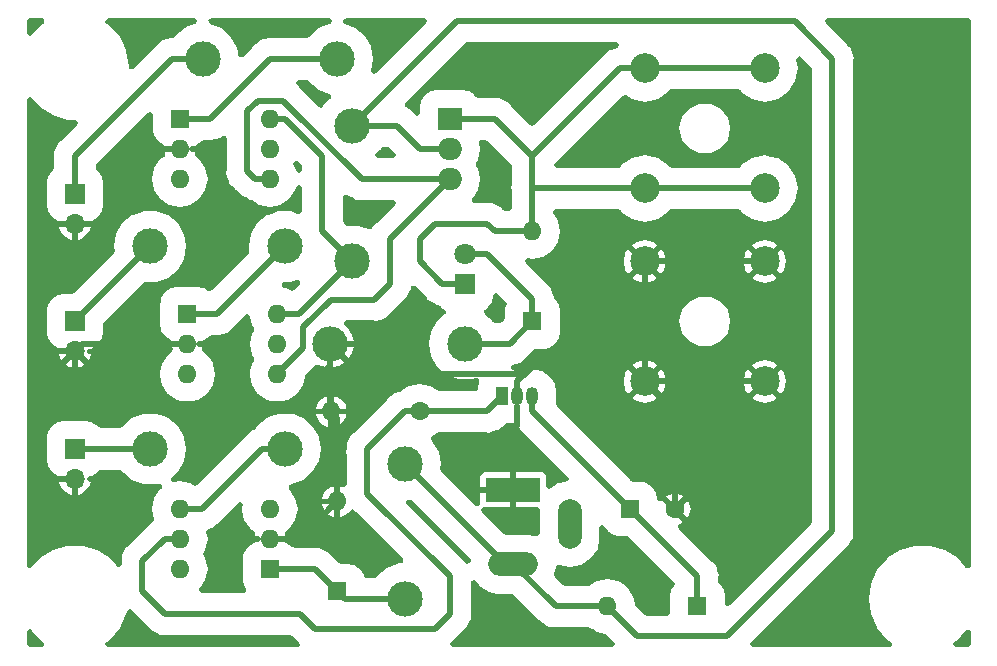
<source format=gbr>
%TF.GenerationSoftware,KiCad,Pcbnew,7.0.7*%
%TF.CreationDate,2023-10-22T22:24:02+02:00*%
%TF.ProjectId,SAE_four_manip_triac,5341455f-666f-4757-925f-6d616e69705f,rev?*%
%TF.SameCoordinates,Original*%
%TF.FileFunction,Copper,L2,Bot*%
%TF.FilePolarity,Positive*%
%FSLAX46Y46*%
G04 Gerber Fmt 4.6, Leading zero omitted, Abs format (unit mm)*
G04 Created by KiCad (PCBNEW 7.0.7) date 2023-10-22 22:24:02*
%MOMM*%
%LPD*%
G01*
G04 APERTURE LIST*
%TA.AperFunction,ComponentPad*%
%ADD10R,4.600000X2.000000*%
%TD*%
%TA.AperFunction,ComponentPad*%
%ADD11O,4.200000X2.000000*%
%TD*%
%TA.AperFunction,ComponentPad*%
%ADD12O,2.000000X4.200000*%
%TD*%
%TA.AperFunction,ComponentPad*%
%ADD13C,2.500000*%
%TD*%
%TA.AperFunction,ComponentPad*%
%ADD14R,1.600000X1.600000*%
%TD*%
%TA.AperFunction,ComponentPad*%
%ADD15O,1.600000X1.600000*%
%TD*%
%TA.AperFunction,ComponentPad*%
%ADD16C,1.600000*%
%TD*%
%TA.AperFunction,ComponentPad*%
%ADD17C,3.000000*%
%TD*%
%TA.AperFunction,ComponentPad*%
%ADD18O,3.000000X3.000000*%
%TD*%
%TA.AperFunction,ComponentPad*%
%ADD19R,2.000000X1.905000*%
%TD*%
%TA.AperFunction,ComponentPad*%
%ADD20O,2.000000X1.905000*%
%TD*%
%TA.AperFunction,ComponentPad*%
%ADD21R,1.800000X1.800000*%
%TD*%
%TA.AperFunction,ComponentPad*%
%ADD22C,1.800000*%
%TD*%
%TA.AperFunction,ComponentPad*%
%ADD23R,1.700000X1.700000*%
%TD*%
%TA.AperFunction,ComponentPad*%
%ADD24O,1.700000X1.700000*%
%TD*%
%TA.AperFunction,ComponentPad*%
%ADD25R,1.050000X1.500000*%
%TD*%
%TA.AperFunction,ComponentPad*%
%ADD26O,1.050000X1.500000*%
%TD*%
%TA.AperFunction,Conductor*%
%ADD27C,0.500000*%
%TD*%
G04 APERTURE END LIST*
D10*
%TO.P,J3,1*%
%TO.N,GND*%
X91085000Y-99970000D03*
D11*
%TO.P,J3,2*%
%TO.N,VIN*%
X91085000Y-106270000D03*
D12*
%TO.P,J3,3*%
%TO.N,N/C*%
X95885000Y-102870000D03*
%TD*%
D13*
%TO.P,J4,1,1*%
%TO.N,GND*%
X112395000Y-80645000D03*
%TO.P,J4,2,2*%
X112395000Y-90805000D03*
%TO.P,J4,3,3*%
X102235000Y-90805000D03*
%TO.P,J4,4,4*%
X102235000Y-80645000D03*
%TD*%
%TO.P,J1,4,4*%
%TO.N,Net-(D1-K)*%
X102235000Y-64305000D03*
%TO.P,J1,3,3*%
X102235000Y-74465000D03*
%TO.P,J1,2,2*%
X112395000Y-74465000D03*
%TO.P,J1,1,1*%
X112395000Y-64305000D03*
%TD*%
D14*
%TO.P,U7,1*%
%TO.N,Net-(R10-Pad2)*%
X63500000Y-85105000D03*
D15*
%TO.P,U7,2*%
%TO.N,GND*%
X63500000Y-87645000D03*
%TO.P,U7,3,NC*%
%TO.N,unconnected-(U7-NC-Pad3)*%
X63500000Y-90185000D03*
%TO.P,U7,4*%
%TO.N,Net-(Q1-G)*%
X71120000Y-90185000D03*
%TO.P,U7,5,NC*%
%TO.N,unconnected-(U7-NC-Pad5)*%
X71120000Y-87645000D03*
%TO.P,U7,6*%
%TO.N,Net-(R8-Pad1)*%
X71120000Y-85105000D03*
%TD*%
D14*
%TO.P,C1,1*%
%TO.N,Net-(D2-K)*%
X100975000Y-101600000D03*
D16*
%TO.P,C1,2*%
%TO.N,GND*%
X104775000Y-101600000D03*
%TD*%
D17*
%TO.P,R6,1*%
%TO.N,VIN*%
X81915000Y-97805000D03*
D18*
%TO.P,R6,2*%
%TO.N,Net-(D4-K)*%
X81915000Y-109205000D03*
%TD*%
D17*
%TO.P,R10,1*%
%TO.N,Net-(J7-Pin_1)*%
X60340000Y-79375000D03*
D18*
%TO.P,R10,2*%
%TO.N,Net-(R10-Pad2)*%
X71740000Y-79375000D03*
%TD*%
D19*
%TO.P,Q1,1,A1*%
%TO.N,Net-(D1-K)*%
X85725000Y-68580000D03*
D20*
%TO.P,Q1,2,A2*%
%TO.N,VIN*%
X85725000Y-71120000D03*
%TO.P,Q1,3,G*%
%TO.N,Net-(Q1-G)*%
X85725000Y-73660000D03*
%TD*%
D17*
%TO.P,R9,1*%
%TO.N,Net-(J6-Pin_1)*%
X64800000Y-63500000D03*
D18*
%TO.P,R9,2*%
%TO.N,Net-(R9-Pad2)*%
X76200000Y-63500000D03*
%TD*%
D14*
%TO.P,D4,1,K*%
%TO.N,Net-(D4-K)*%
X76200000Y-108585000D03*
D15*
%TO.P,D4,2,A*%
%TO.N,GND*%
X76200000Y-100965000D03*
%TD*%
D16*
%TO.P,C2,1*%
%TO.N,+5V*%
X83185000Y-93345000D03*
D15*
%TO.P,C2,2*%
%TO.N,GND*%
X75685000Y-93345000D03*
%TD*%
D14*
%TO.P,U3,1*%
%TO.N,Net-(D4-K)*%
X70485000Y-106680000D03*
D15*
%TO.P,U3,2*%
%TO.N,GND*%
X70485000Y-104140000D03*
%TO.P,U3,3,NC*%
%TO.N,unconnected-(U3-NC-Pad3)*%
X70485000Y-101600000D03*
%TO.P,U3,4*%
%TO.N,Net-(R3-Pad2)*%
X62865000Y-101600000D03*
%TO.P,U3,5*%
%TO.N,+5V*%
X62865000Y-104140000D03*
%TO.P,U3,6*%
%TO.N,unconnected-(U3-Pad6)*%
X62865000Y-106680000D03*
%TD*%
D14*
%TO.P,D2,1,K*%
%TO.N,Net-(D2-K)*%
X106680000Y-109855000D03*
D15*
%TO.P,D2,2,A*%
%TO.N,VIN*%
X99060000Y-109855000D03*
%TD*%
D17*
%TO.P,R3,1*%
%TO.N,Net-(J2-Pin_1)*%
X60355000Y-96520000D03*
D18*
%TO.P,R3,2*%
%TO.N,Net-(R3-Pad2)*%
X71755000Y-96520000D03*
%TD*%
D14*
%TO.P,D3,1,K*%
%TO.N,Net-(D1-A)*%
X92710000Y-85720000D03*
D15*
%TO.P,D3,2,A*%
%TO.N,Net-(D1-K)*%
X92710000Y-78100000D03*
%TD*%
D21*
%TO.P,D1,1,K*%
%TO.N,Net-(D1-K)*%
X86995000Y-82550000D03*
D22*
%TO.P,D1,2,A*%
%TO.N,Net-(D1-A)*%
X86995000Y-80010000D03*
%TD*%
D23*
%TO.P,J6,1,Pin_1*%
%TO.N,Net-(J6-Pin_1)*%
X53975000Y-74930000D03*
D24*
%TO.P,J6,2,Pin_2*%
%TO.N,GND*%
X53975000Y-77470000D03*
%TD*%
D14*
%TO.P,U6,1*%
%TO.N,Net-(R9-Pad2)*%
X62865000Y-68580000D03*
D15*
%TO.P,U6,2*%
%TO.N,GND*%
X62865000Y-71120000D03*
%TO.P,U6,3,NC*%
%TO.N,unconnected-(U6-NC-Pad3)*%
X62865000Y-73660000D03*
%TO.P,U6,4*%
%TO.N,Net-(Q1-G)*%
X70485000Y-73660000D03*
%TO.P,U6,5,NC*%
%TO.N,unconnected-(U6-NC-Pad5)*%
X70485000Y-71120000D03*
%TO.P,U6,6*%
%TO.N,Net-(R8-Pad1)*%
X70485000Y-68580000D03*
%TD*%
D25*
%TO.P,U5,1,VO*%
%TO.N,+5V*%
X90170000Y-92075000D03*
D26*
%TO.P,U5,2,GND*%
%TO.N,GND*%
X91440000Y-92075000D03*
%TO.P,U5,3,VI*%
%TO.N,Net-(D2-K)*%
X92710000Y-92075000D03*
%TD*%
D23*
%TO.P,J2,1,Pin_1*%
%TO.N,Net-(J2-Pin_1)*%
X53975000Y-96520000D03*
D24*
%TO.P,J2,2,Pin_2*%
%TO.N,GND*%
X53975000Y-99060000D03*
%TD*%
D23*
%TO.P,J7,1,Pin_1*%
%TO.N,Net-(J7-Pin_1)*%
X53975000Y-85725000D03*
D24*
%TO.P,J7,2,Pin_2*%
%TO.N,GND*%
X53975000Y-88265000D03*
%TD*%
D17*
%TO.P,R7,1*%
%TO.N,Net-(D1-A)*%
X86980000Y-87630000D03*
D18*
%TO.P,R7,2*%
%TO.N,GND*%
X75580000Y-87630000D03*
%TD*%
D17*
%TO.P,R8,1*%
%TO.N,Net-(R8-Pad1)*%
X77470000Y-80615000D03*
D18*
%TO.P,R8,2*%
%TO.N,VIN*%
X77470000Y-69215000D03*
%TD*%
D27*
%TO.N,GND*%
X78120000Y-90170000D02*
X75580000Y-87630000D01*
X92075000Y-90170000D02*
X78120000Y-90170000D01*
X92075000Y-90170000D02*
X91445000Y-90800000D01*
X92689999Y-89555001D02*
X92075000Y-90170000D01*
X76200000Y-93860000D02*
X75685000Y-93345000D01*
X76200000Y-100965000D02*
X76200000Y-93860000D01*
%TO.N,Net-(Q1-G)*%
X80645000Y-82550000D02*
X80645000Y-78740000D01*
X75622107Y-83877107D02*
X79317893Y-83877107D01*
X73330000Y-86169214D02*
X75622107Y-83877107D01*
X73330000Y-87975000D02*
X73330000Y-86169214D01*
X80645000Y-78740000D02*
X85725000Y-73660000D01*
X79317893Y-83877107D02*
X80645000Y-82550000D01*
X71120000Y-90185000D02*
X73330000Y-87975000D01*
%TO.N,Net-(R3-Pad2)*%
X69850000Y-96520000D02*
X71755000Y-96520000D01*
X64770000Y-101600000D02*
X69850000Y-96520000D01*
X62865000Y-101600000D02*
X64770000Y-101600000D01*
%TO.N,GND*%
X91445000Y-94610000D02*
X91445000Y-92838122D01*
X91085000Y-94970000D02*
X91445000Y-94610000D01*
X91085000Y-99970000D02*
X91085000Y-94970000D01*
%TO.N,Net-(D2-K)*%
X100975000Y-101600000D02*
X92715000Y-93340000D01*
X92715000Y-93340000D02*
X92715000Y-92075000D01*
%TO.N,GND*%
X51435000Y-88265000D02*
X53975000Y-88265000D01*
X52070000Y-77470000D02*
X50800000Y-78740000D01*
X50800000Y-87630000D02*
X51435000Y-88265000D01*
X50800000Y-78740000D02*
X50800000Y-87630000D01*
X53975000Y-77470000D02*
X52070000Y-77470000D01*
%TO.N,VIN*%
X86360000Y-60325000D02*
X77470000Y-69215000D01*
X114935000Y-60325000D02*
X86360000Y-60325000D01*
X109220000Y-112395000D02*
X118110000Y-103505000D01*
X101600000Y-112395000D02*
X109220000Y-112395000D01*
X118110000Y-103505000D02*
X118110000Y-63500000D01*
X118110000Y-63500000D02*
X114935000Y-60325000D01*
X99060000Y-109855000D02*
X101600000Y-112395000D01*
%TO.N,Net-(D1-K)*%
X85090000Y-82550000D02*
X86995000Y-82550000D01*
X83185000Y-78740000D02*
X83185000Y-80645000D01*
X84455000Y-77470000D02*
X83185000Y-78740000D01*
X88900000Y-77470000D02*
X84455000Y-77470000D01*
X89530000Y-78100000D02*
X88900000Y-77470000D01*
X83185000Y-80645000D02*
X85090000Y-82550000D01*
X92710000Y-78100000D02*
X89530000Y-78100000D01*
%TO.N,+5V*%
X78740000Y-96520000D02*
X81915000Y-93345000D01*
X78740000Y-100330000D02*
X78740000Y-96520000D01*
X85725000Y-107315000D02*
X78740000Y-100330000D01*
X74295000Y-111760000D02*
X84455000Y-111760000D01*
X73025000Y-110490000D02*
X74295000Y-111760000D01*
X61595000Y-110490000D02*
X73025000Y-110490000D01*
X59690000Y-108585000D02*
X61595000Y-110490000D01*
X59690000Y-106045000D02*
X59690000Y-108585000D01*
X61595000Y-104140000D02*
X59690000Y-106045000D01*
X81915000Y-93345000D02*
X83185000Y-93345000D01*
X62865000Y-104140000D02*
X61595000Y-104140000D01*
X84455000Y-111760000D02*
X85725000Y-110490000D01*
X85725000Y-110490000D02*
X85725000Y-107315000D01*
%TO.N,GND*%
X50800000Y-98425000D02*
X50800000Y-91440000D01*
X50800000Y-91440000D02*
X53975000Y-88265000D01*
X51435000Y-99060000D02*
X50800000Y-98425000D01*
X53975000Y-99060000D02*
X51435000Y-99060000D01*
%TO.N,Net-(J2-Pin_1)*%
X53975000Y-96520000D02*
X60355000Y-96520000D01*
%TO.N,Net-(D4-K)*%
X74295000Y-106680000D02*
X76200000Y-108585000D01*
X70485000Y-106680000D02*
X74295000Y-106680000D01*
X76820000Y-109205000D02*
X76200000Y-108585000D01*
X81915000Y-109205000D02*
X76820000Y-109205000D01*
%TO.N,VIN*%
X94670000Y-109855000D02*
X91085000Y-106270000D01*
X99060000Y-109855000D02*
X94670000Y-109855000D01*
%TO.N,GND*%
X102235000Y-80645000D02*
X102235000Y-90805000D01*
X112395000Y-80645000D02*
X102235000Y-80645000D01*
X112395000Y-90805000D02*
X102235000Y-90805000D01*
X104775000Y-93345000D02*
X102235000Y-90805000D01*
X104775000Y-101600000D02*
X104775000Y-93345000D01*
%TO.N,+5V*%
X88895000Y-93345000D02*
X90165000Y-92075000D01*
X83185000Y-93345000D02*
X88895000Y-93345000D01*
%TO.N,GND*%
X91445000Y-90800000D02*
X91445000Y-91311878D01*
X100985001Y-89555001D02*
X92689999Y-89555001D01*
X102235000Y-90805000D02*
X100985001Y-89555001D01*
%TO.N,Net-(D2-K)*%
X106680000Y-107305000D02*
X100975000Y-101600000D01*
X106680000Y-109855000D02*
X106680000Y-107305000D01*
%TO.N,VIN*%
X90380000Y-106270000D02*
X91085000Y-106270000D01*
X81915000Y-97805000D02*
X90380000Y-106270000D01*
%TO.N,GND*%
X73025000Y-104140000D02*
X70485000Y-104140000D01*
X76200000Y-100965000D02*
X73025000Y-104140000D01*
X75580000Y-93240000D02*
X75685000Y-93345000D01*
X75580000Y-87630000D02*
X75580000Y-93240000D01*
X54595000Y-87645000D02*
X53975000Y-88265000D01*
X63500000Y-87645000D02*
X54595000Y-87645000D01*
X72390000Y-92710000D02*
X58420000Y-92710000D01*
X75580000Y-89520000D02*
X72390000Y-92710000D01*
X58420000Y-92710000D02*
X53975000Y-88265000D01*
X75580000Y-87630000D02*
X75580000Y-89520000D01*
%TO.N,Net-(D1-A)*%
X90800000Y-87630000D02*
X92710000Y-85720000D01*
X86980000Y-87630000D02*
X90800000Y-87630000D01*
X92710000Y-83820000D02*
X92710000Y-85720000D01*
X88900000Y-80010000D02*
X92710000Y-83820000D01*
X86995000Y-80010000D02*
X88900000Y-80010000D01*
%TO.N,Net-(Q1-G)*%
X69215000Y-73660000D02*
X70485000Y-73660000D01*
X68580000Y-67945000D02*
X68580000Y-73025000D01*
X68580000Y-73025000D02*
X69215000Y-73660000D01*
X69495000Y-67030000D02*
X68580000Y-67945000D01*
X71619214Y-67030000D02*
X69495000Y-67030000D01*
X78249214Y-73660000D02*
X71619214Y-67030000D01*
X85725000Y-73660000D02*
X78249214Y-73660000D01*
%TO.N,Net-(D1-K)*%
X112395000Y-74465000D02*
X102235000Y-74465000D01*
X102235000Y-64305000D02*
X112395000Y-64305000D01*
X100160000Y-64305000D02*
X92710000Y-71755000D01*
X102235000Y-64305000D02*
X100160000Y-64305000D01*
X92710000Y-74295000D02*
X92710000Y-78100000D01*
X92880000Y-74465000D02*
X92710000Y-74295000D01*
X92710000Y-71755000D02*
X92710000Y-74295000D01*
X102235000Y-74465000D02*
X92880000Y-74465000D01*
X89535000Y-68580000D02*
X92710000Y-71755000D01*
X85725000Y-68580000D02*
X89535000Y-68580000D01*
%TO.N,VIN*%
X81280000Y-69215000D02*
X83185000Y-71120000D01*
X83185000Y-71120000D02*
X85725000Y-71120000D01*
X77470000Y-69215000D02*
X81280000Y-69215000D01*
%TO.N,Net-(R8-Pad1)*%
X74930000Y-78075000D02*
X77470000Y-80615000D01*
X74930000Y-71755000D02*
X74930000Y-78075000D01*
X71755000Y-68580000D02*
X74930000Y-71755000D01*
X70485000Y-68580000D02*
X71755000Y-68580000D01*
X72980000Y-85105000D02*
X77470000Y-80615000D01*
X71120000Y-85105000D02*
X72980000Y-85105000D01*
%TO.N,Net-(R10-Pad2)*%
X66010000Y-85105000D02*
X63500000Y-85105000D01*
X71740000Y-79375000D02*
X66010000Y-85105000D01*
%TO.N,Net-(J7-Pin_1)*%
X53975000Y-85725000D02*
X53990000Y-85725000D01*
X53990000Y-85725000D02*
X60340000Y-79375000D01*
%TO.N,GND*%
X56515000Y-77470000D02*
X53975000Y-77470000D01*
X57785000Y-73660000D02*
X57785000Y-76200000D01*
X60325000Y-71120000D02*
X57785000Y-73660000D01*
X57785000Y-76200000D02*
X56515000Y-77470000D01*
X62865000Y-71120000D02*
X60325000Y-71120000D01*
%TO.N,Net-(R9-Pad2)*%
X65405000Y-68580000D02*
X62865000Y-68580000D01*
X70485000Y-63500000D02*
X65405000Y-68580000D01*
X76200000Y-63500000D02*
X70485000Y-63500000D01*
%TO.N,Net-(J6-Pin_1)*%
X62230000Y-63500000D02*
X53975000Y-71755000D01*
X53975000Y-71755000D02*
X53975000Y-74930000D01*
X64800000Y-63500000D02*
X62230000Y-63500000D01*
%TD*%
%TA.AperFunction,Conductor*%
%TO.N,GND*%
G36*
X115434172Y-63306520D02*
G01*
X115471905Y-63337486D01*
X116286570Y-64152151D01*
X116359500Y-64328221D01*
X116359500Y-102676778D01*
X116286570Y-102852848D01*
X109405569Y-109733849D01*
X109229499Y-109806779D01*
X109053429Y-109733849D01*
X108980499Y-109557779D01*
X108980499Y-108907214D01*
X108980499Y-108907212D01*
X108893441Y-108469534D01*
X108561801Y-107973199D01*
X108561799Y-107973196D01*
X108561798Y-107973195D01*
X108541161Y-107959406D01*
X108435284Y-107800947D01*
X108430500Y-107752372D01*
X108430500Y-107486696D01*
X108434579Y-107441812D01*
X108445619Y-107381570D01*
X108479600Y-107196144D01*
X108368095Y-106838316D01*
X108366079Y-106831082D01*
X108318228Y-106636944D01*
X108276379Y-106467156D01*
X108274887Y-106465472D01*
X108223545Y-106374437D01*
X108222879Y-106372299D01*
X108222877Y-106372297D01*
X107957854Y-106107273D01*
X107952711Y-106101810D01*
X107704158Y-105821251D01*
X107702055Y-105820453D01*
X107614286Y-105763706D01*
X105105279Y-103254698D01*
X105032349Y-103078628D01*
X105105279Y-102902558D01*
X105232772Y-102834412D01*
X105282237Y-102824572D01*
X105500307Y-102678861D01*
X105080439Y-102258993D01*
X105007509Y-102082923D01*
X105080439Y-101906853D01*
X105081143Y-101906148D01*
X105081147Y-101906147D01*
X105081148Y-101906143D01*
X105081853Y-101905439D01*
X105257923Y-101832509D01*
X105433993Y-101905439D01*
X105853861Y-102325307D01*
X105999573Y-102107236D01*
X106100468Y-101600000D01*
X105999573Y-101092763D01*
X105853861Y-100874691D01*
X105433993Y-101294560D01*
X105257923Y-101367490D01*
X105081853Y-101294560D01*
X105081147Y-101293854D01*
X105081147Y-101293853D01*
X105081145Y-101293852D01*
X105080439Y-101293146D01*
X105007509Y-101117076D01*
X105080439Y-100941006D01*
X105500307Y-100521137D01*
X105282236Y-100375426D01*
X104775000Y-100274531D01*
X104267763Y-100375426D01*
X104049691Y-100521137D01*
X104049690Y-100521138D01*
X104469559Y-100941007D01*
X104542489Y-101117076D01*
X104469559Y-101293146D01*
X104468145Y-101294560D01*
X104292075Y-101367490D01*
X104116005Y-101294560D01*
X104116005Y-101294559D01*
X103696137Y-100874690D01*
X103644661Y-100879760D01*
X103573075Y-100927593D01*
X103386161Y-100890412D01*
X103280283Y-100731953D01*
X103275499Y-100683377D01*
X103275499Y-100652214D01*
X103275499Y-100652212D01*
X103188441Y-100214534D01*
X102856801Y-99718199D01*
X102783520Y-99669234D01*
X102360467Y-99386559D01*
X102186182Y-99351892D01*
X101922789Y-99299500D01*
X101922787Y-99299500D01*
X101253221Y-99299500D01*
X101077151Y-99226570D01*
X94765664Y-92915083D01*
X94692734Y-92739013D01*
X94697519Y-92690434D01*
X94717639Y-92589284D01*
X94735500Y-92499494D01*
X94735500Y-91650506D01*
X94617979Y-91059689D01*
X94447801Y-90804999D01*
X100450715Y-90804999D01*
X100586536Y-91487817D01*
X100831706Y-91854738D01*
X101422932Y-91263512D01*
X101599002Y-91190581D01*
X101775071Y-91263511D01*
X101775072Y-91263511D01*
X101775779Y-91264218D01*
X101775780Y-91264220D01*
X101775781Y-91264220D01*
X101776487Y-91264926D01*
X101849417Y-91440996D01*
X101776487Y-91617065D01*
X101185259Y-92208292D01*
X101552182Y-92453463D01*
X102234999Y-92589284D01*
X102917817Y-92453463D01*
X103284739Y-92208292D01*
X102693512Y-91617065D01*
X102620582Y-91440996D01*
X102693512Y-91264926D01*
X102694216Y-91264221D01*
X102694220Y-91264220D01*
X102694221Y-91264216D01*
X102694926Y-91263512D01*
X102870996Y-91190582D01*
X103047065Y-91263512D01*
X103638292Y-91854739D01*
X103883463Y-91487817D01*
X104019284Y-90805000D01*
X110610715Y-90805000D01*
X110746536Y-91487817D01*
X110991706Y-91854738D01*
X111582932Y-91263512D01*
X111759002Y-91190581D01*
X111935071Y-91263511D01*
X111935072Y-91263511D01*
X111935779Y-91264218D01*
X111935780Y-91264220D01*
X111935781Y-91264220D01*
X111936487Y-91264926D01*
X112009417Y-91440996D01*
X111936487Y-91617065D01*
X111345259Y-92208292D01*
X111712182Y-92453463D01*
X112394999Y-92589284D01*
X113077817Y-92453463D01*
X113444739Y-92208292D01*
X112853512Y-91617065D01*
X112780582Y-91440996D01*
X112853512Y-91264926D01*
X112854216Y-91264221D01*
X112854220Y-91264220D01*
X112854221Y-91264216D01*
X112854926Y-91263512D01*
X113030996Y-91190582D01*
X113207065Y-91263512D01*
X113798292Y-91854739D01*
X114043463Y-91487817D01*
X114179284Y-90805000D01*
X114043463Y-90122182D01*
X113798292Y-89755260D01*
X113207065Y-90346487D01*
X113030996Y-90419417D01*
X112854926Y-90346487D01*
X112854220Y-90345781D01*
X112854220Y-90345780D01*
X112854218Y-90345779D01*
X112853511Y-90345072D01*
X112780581Y-90169002D01*
X112853511Y-89992932D01*
X112853512Y-89992932D01*
X113444738Y-89401706D01*
X113077817Y-89156536D01*
X112394999Y-89020715D01*
X111712182Y-89156536D01*
X111345259Y-89401705D01*
X111345259Y-89401706D01*
X111936487Y-89992934D01*
X112009417Y-90169003D01*
X111936487Y-90345073D01*
X111935073Y-90346487D01*
X111759003Y-90419417D01*
X111582934Y-90346487D01*
X110991706Y-89755259D01*
X110991705Y-89755259D01*
X110746536Y-90122182D01*
X110610715Y-90805000D01*
X104019284Y-90805000D01*
X104019284Y-90804999D01*
X103883463Y-90122182D01*
X103638292Y-89755260D01*
X103047065Y-90346487D01*
X102870996Y-90419417D01*
X102694926Y-90346487D01*
X102694220Y-90345781D01*
X102694220Y-90345780D01*
X102694218Y-90345779D01*
X102693511Y-90345072D01*
X102620581Y-90169002D01*
X102693511Y-89992932D01*
X102693512Y-89992932D01*
X103284738Y-89401706D01*
X102917817Y-89156536D01*
X102235000Y-89020715D01*
X101552182Y-89156536D01*
X101185259Y-89401705D01*
X101185259Y-89401706D01*
X101776487Y-89992934D01*
X101849417Y-90169003D01*
X101776487Y-90345073D01*
X101775073Y-90346487D01*
X101599003Y-90419417D01*
X101422934Y-90346487D01*
X100831706Y-89755259D01*
X100831705Y-89755259D01*
X100586536Y-90122182D01*
X100450715Y-90804999D01*
X94447801Y-90804999D01*
X94170304Y-90389696D01*
X94103521Y-90345073D01*
X93500312Y-89942021D01*
X92710000Y-89784818D01*
X91919689Y-89942021D01*
X91761208Y-90047914D01*
X91574293Y-90085092D01*
X91484535Y-90047913D01*
X91280467Y-89911559D01*
X91280463Y-89911558D01*
X91069171Y-89869529D01*
X90910713Y-89763651D01*
X90873534Y-89576736D01*
X90979412Y-89418278D01*
X91043664Y-89387591D01*
X91266701Y-89318089D01*
X91273899Y-89316082D01*
X91637844Y-89226379D01*
X91639518Y-89224895D01*
X91730562Y-89173545D01*
X91732702Y-89172879D01*
X91997734Y-88907845D01*
X92003181Y-88902717D01*
X92283749Y-88654158D01*
X92284542Y-88652065D01*
X92341294Y-88564286D01*
X92812152Y-88093429D01*
X92988221Y-88020499D01*
X93657785Y-88020499D01*
X93657788Y-88020499D01*
X94095466Y-87933441D01*
X94591801Y-87601801D01*
X94923441Y-87105466D01*
X95010500Y-86667789D01*
X95010500Y-85725000D01*
X105160482Y-85725000D01*
X105373845Y-86659809D01*
X105971677Y-87409467D01*
X105971678Y-87409468D01*
X105971680Y-87409470D01*
X106835575Y-87825500D01*
X107794425Y-87825500D01*
X108658320Y-87409470D01*
X109256154Y-86659810D01*
X109469518Y-85725000D01*
X109458495Y-85676707D01*
X109256154Y-84790190D01*
X108658322Y-84040532D01*
X108658320Y-84040531D01*
X108658320Y-84040530D01*
X108647804Y-84035466D01*
X107794425Y-83624500D01*
X106835575Y-83624500D01*
X105971681Y-84040529D01*
X105971677Y-84040532D01*
X105373845Y-84790190D01*
X105160482Y-85724999D01*
X105160482Y-85725000D01*
X95010500Y-85725000D01*
X95010499Y-84772212D01*
X94923441Y-84334534D01*
X94591801Y-83838199D01*
X94591797Y-83838196D01*
X94574459Y-83820858D01*
X94582502Y-83812814D01*
X94511796Y-83718193D01*
X94504236Y-83693932D01*
X94398091Y-83353300D01*
X94396079Y-83346082D01*
X94306379Y-82982156D01*
X94305762Y-82981460D01*
X94304891Y-82980476D01*
X94253545Y-82889435D01*
X94252879Y-82887298D01*
X94121729Y-82756148D01*
X93987846Y-82622264D01*
X93982703Y-82616801D01*
X93734158Y-82336251D01*
X93734157Y-82336250D01*
X93732061Y-82335455D01*
X93644287Y-82278706D01*
X92168387Y-80802806D01*
X92103022Y-80645000D01*
X100450715Y-80645000D01*
X100586536Y-81327817D01*
X100831706Y-81694738D01*
X101422932Y-81103512D01*
X101599002Y-81030581D01*
X101775071Y-81103511D01*
X101775072Y-81103511D01*
X101775779Y-81104218D01*
X101775780Y-81104220D01*
X101775781Y-81104220D01*
X101776487Y-81104926D01*
X101849417Y-81280996D01*
X101776487Y-81457065D01*
X101185259Y-82048292D01*
X101552182Y-82293463D01*
X102234999Y-82429284D01*
X102917817Y-82293463D01*
X103284739Y-82048292D01*
X102693512Y-81457065D01*
X102620582Y-81280996D01*
X102693512Y-81104926D01*
X102694216Y-81104221D01*
X102694220Y-81104220D01*
X102694221Y-81104216D01*
X102694926Y-81103512D01*
X102870996Y-81030582D01*
X103047065Y-81103512D01*
X103638292Y-81694739D01*
X103883463Y-81327817D01*
X104019284Y-80645000D01*
X110610715Y-80645000D01*
X110746536Y-81327817D01*
X110991706Y-81694738D01*
X111582932Y-81103512D01*
X111759002Y-81030581D01*
X111935071Y-81103511D01*
X111935072Y-81103511D01*
X111935779Y-81104218D01*
X111935780Y-81104220D01*
X111935781Y-81104220D01*
X111936487Y-81104926D01*
X112009417Y-81280996D01*
X111936487Y-81457065D01*
X111345259Y-82048292D01*
X111712182Y-82293463D01*
X112395000Y-82429284D01*
X113077817Y-82293463D01*
X113444739Y-82048292D01*
X112853512Y-81457065D01*
X112780582Y-81280996D01*
X112853512Y-81104926D01*
X112854216Y-81104221D01*
X112854220Y-81104220D01*
X112854221Y-81104216D01*
X112854926Y-81103512D01*
X113030996Y-81030582D01*
X113207065Y-81103512D01*
X113798292Y-81694739D01*
X114043463Y-81327817D01*
X114179284Y-80645000D01*
X114043463Y-79962182D01*
X113798292Y-79595260D01*
X113207065Y-80186487D01*
X113030996Y-80259417D01*
X112854926Y-80186487D01*
X112854220Y-80185781D01*
X112854220Y-80185780D01*
X112854218Y-80185779D01*
X112853511Y-80185072D01*
X112780581Y-80009002D01*
X112853511Y-79832932D01*
X112853512Y-79832932D01*
X113444738Y-79241706D01*
X113077817Y-78996536D01*
X112395000Y-78860715D01*
X111712182Y-78996536D01*
X111345259Y-79241705D01*
X111345259Y-79241706D01*
X111936487Y-79832934D01*
X112009417Y-80009003D01*
X111936487Y-80185073D01*
X111935073Y-80186487D01*
X111759003Y-80259417D01*
X111582934Y-80186487D01*
X110991706Y-79595259D01*
X110991705Y-79595259D01*
X110746536Y-79962182D01*
X110610715Y-80645000D01*
X104019284Y-80645000D01*
X103883463Y-79962182D01*
X103638292Y-79595260D01*
X103047065Y-80186487D01*
X102870996Y-80259417D01*
X102694926Y-80186487D01*
X102694220Y-80185781D01*
X102694220Y-80185780D01*
X102694218Y-80185779D01*
X102693511Y-80185072D01*
X102620581Y-80009002D01*
X102693511Y-79832932D01*
X102693512Y-79832932D01*
X103284738Y-79241706D01*
X102917817Y-78996536D01*
X102234999Y-78860715D01*
X101552182Y-78996536D01*
X101185259Y-79241705D01*
X101185259Y-79241706D01*
X101776487Y-79832934D01*
X101849417Y-80009003D01*
X101776487Y-80185073D01*
X101775073Y-80186487D01*
X101599003Y-80259417D01*
X101422934Y-80186487D01*
X100831706Y-79595259D01*
X100831705Y-79595259D01*
X100586536Y-79962182D01*
X100450715Y-80645000D01*
X92103022Y-80645000D01*
X92095457Y-80626736D01*
X92168387Y-80450666D01*
X92344457Y-80377736D01*
X92393028Y-80382519D01*
X92710000Y-80445569D01*
X93607610Y-80267023D01*
X94368568Y-79758568D01*
X94877023Y-78997610D01*
X95055569Y-78100000D01*
X94877023Y-77202390D01*
X94873237Y-77196724D01*
X94502464Y-76641821D01*
X94460500Y-76503484D01*
X94460500Y-76464500D01*
X94533430Y-76288430D01*
X94709500Y-76215500D01*
X99963555Y-76215500D01*
X100139625Y-76288430D01*
X100170591Y-76326163D01*
X100196853Y-76365467D01*
X100252000Y-76448000D01*
X100455904Y-76584244D01*
X101161806Y-77055913D01*
X101161808Y-77055914D01*
X102235000Y-77269385D01*
X103308192Y-77055914D01*
X104218000Y-76448000D01*
X104299408Y-76326163D01*
X104457868Y-76220284D01*
X104506445Y-76215500D01*
X110123555Y-76215500D01*
X110299625Y-76288430D01*
X110330591Y-76326163D01*
X110356853Y-76365467D01*
X110412000Y-76448000D01*
X110615904Y-76584244D01*
X111321806Y-77055913D01*
X111321808Y-77055914D01*
X112395000Y-77269385D01*
X113468192Y-77055914D01*
X114378000Y-76448000D01*
X114985914Y-75538192D01*
X115199385Y-74465000D01*
X114985914Y-73391808D01*
X114813555Y-73133855D01*
X114647981Y-72886056D01*
X114378000Y-72482000D01*
X114089799Y-72289430D01*
X113468193Y-71874086D01*
X112931595Y-71767350D01*
X112395000Y-71660615D01*
X112394999Y-71660615D01*
X111321806Y-71874086D01*
X110412002Y-72481998D01*
X110411998Y-72482002D01*
X110330591Y-72603837D01*
X110172132Y-72709716D01*
X110123555Y-72714500D01*
X104506445Y-72714500D01*
X104330375Y-72641570D01*
X104299409Y-72603837D01*
X104218001Y-72482002D01*
X104218000Y-72482000D01*
X103929799Y-72289430D01*
X103308193Y-71874086D01*
X102235000Y-71660615D01*
X101161806Y-71874086D01*
X100252002Y-72481998D01*
X100251998Y-72482002D01*
X100170591Y-72603837D01*
X100012132Y-72709716D01*
X99963555Y-72714500D01*
X94827221Y-72714500D01*
X94651151Y-72641570D01*
X94578221Y-72465500D01*
X94651151Y-72289430D01*
X96070581Y-70870000D01*
X97555580Y-69385000D01*
X105160482Y-69385000D01*
X105373845Y-70319809D01*
X105971677Y-71069467D01*
X105971678Y-71069468D01*
X105971680Y-71069470D01*
X106835575Y-71485500D01*
X107794425Y-71485500D01*
X108658320Y-71069470D01*
X109256154Y-70319810D01*
X109469518Y-69385000D01*
X109256154Y-68450190D01*
X108968666Y-68089691D01*
X108658322Y-67700532D01*
X108658320Y-67700531D01*
X108658320Y-67700530D01*
X107794425Y-67284500D01*
X106835575Y-67284500D01*
X105971681Y-67700529D01*
X105971677Y-67700532D01*
X105373845Y-68450190D01*
X105160482Y-69384999D01*
X105160482Y-69385000D01*
X97555580Y-69385000D01*
X100347634Y-66592945D01*
X100523703Y-66520016D01*
X100662040Y-66561980D01*
X101161806Y-66895913D01*
X101161808Y-66895914D01*
X102235000Y-67109385D01*
X103308192Y-66895914D01*
X104218000Y-66288000D01*
X104299408Y-66166163D01*
X104457868Y-66060284D01*
X104506445Y-66055500D01*
X110123555Y-66055500D01*
X110299625Y-66128430D01*
X110330591Y-66166163D01*
X110411083Y-66286628D01*
X110412000Y-66288000D01*
X110648371Y-66445938D01*
X111321806Y-66895913D01*
X111321808Y-66895914D01*
X112395000Y-67109385D01*
X113468192Y-66895914D01*
X114378000Y-66288000D01*
X114985914Y-65378192D01*
X115199385Y-64305000D01*
X115051619Y-63562131D01*
X115088799Y-63375219D01*
X115247257Y-63269340D01*
X115434172Y-63306520D01*
G37*
%TD.AperFunction*%
%TA.AperFunction,Conductor*%
G36*
X68133092Y-101064627D02*
G01*
X68206022Y-101240697D01*
X68201238Y-101289274D01*
X68150783Y-101542930D01*
X68139431Y-101600000D01*
X68155187Y-101679210D01*
X68317977Y-102497611D01*
X68773945Y-103180015D01*
X68826432Y-103258568D01*
X69136874Y-103465998D01*
X69242752Y-103624456D01*
X69242753Y-103721611D01*
X69209259Y-103890000D01*
X69469959Y-103890000D01*
X69646029Y-103962930D01*
X69718959Y-104139000D01*
X69646029Y-104315070D01*
X69518535Y-104383216D01*
X69508480Y-104385216D01*
X69459904Y-104390000D01*
X69208688Y-104390000D01*
X69112957Y-104460999D01*
X69099533Y-104466559D01*
X68603201Y-104798197D01*
X68603197Y-104798201D01*
X68271559Y-105294532D01*
X68221074Y-105548338D01*
X68208501Y-105611552D01*
X68184500Y-105732212D01*
X68184500Y-107627785D01*
X68271559Y-108065466D01*
X68463124Y-108352163D01*
X68500304Y-108539078D01*
X68394425Y-108697536D01*
X68256088Y-108739500D01*
X64721520Y-108739500D01*
X64545450Y-108666570D01*
X64472520Y-108490500D01*
X64514484Y-108352163D01*
X64701177Y-108072757D01*
X65032023Y-107577610D01*
X65210569Y-106680000D01*
X65032023Y-105782390D01*
X64875632Y-105548334D01*
X64838453Y-105361423D01*
X64875630Y-105271667D01*
X65032023Y-105037610D01*
X65210569Y-104140000D01*
X65096634Y-103567216D01*
X65133814Y-103380301D01*
X65281259Y-103276874D01*
X65607844Y-103196379D01*
X65609518Y-103194895D01*
X65700562Y-103143545D01*
X65702702Y-103142879D01*
X65967734Y-102877845D01*
X65973181Y-102872717D01*
X66253749Y-102624158D01*
X66254542Y-102622065D01*
X66311291Y-102534288D01*
X67780953Y-101064626D01*
X67957022Y-100991697D01*
X68133092Y-101064627D01*
G37*
%TD.AperFunction*%
%TA.AperFunction,Conductor*%
G36*
X50320570Y-66790985D02*
G01*
X50332676Y-66803988D01*
X50997492Y-67571227D01*
X52086199Y-68270897D01*
X53327926Y-68635500D01*
X54017779Y-68635500D01*
X54193849Y-68708430D01*
X54266779Y-68884500D01*
X54193849Y-69060570D01*
X54193848Y-69060570D01*
X52865687Y-70388729D01*
X52831067Y-70417581D01*
X52625519Y-70559461D01*
X52625517Y-70559464D01*
X52451337Y-70891334D01*
X52447643Y-70897885D01*
X52253745Y-71218632D01*
X52253742Y-71218640D01*
X52253607Y-71220883D01*
X52225543Y-71321552D01*
X52224500Y-71323538D01*
X52224500Y-71698325D01*
X52224273Y-71705844D01*
X52201642Y-72079981D01*
X52202564Y-72082029D01*
X52224499Y-72184218D01*
X52224499Y-72743964D01*
X52151569Y-72920034D01*
X52113838Y-72950998D01*
X52043203Y-72998195D01*
X52043197Y-72998201D01*
X51711559Y-73494532D01*
X51711558Y-73494534D01*
X51711559Y-73494534D01*
X51638160Y-73863540D01*
X51624500Y-73932212D01*
X51624500Y-75927785D01*
X51681729Y-76215500D01*
X51711559Y-76365466D01*
X52043199Y-76861801D01*
X52539534Y-77193441D01*
X52556063Y-77196728D01*
X52594889Y-77220000D01*
X52648530Y-77220000D01*
X52697106Y-77224784D01*
X52707161Y-77226784D01*
X52865620Y-77332662D01*
X52902801Y-77519576D01*
X52796923Y-77678035D01*
X52658585Y-77720000D01*
X52648281Y-77720000D01*
X52703328Y-77996745D01*
X53001702Y-78443293D01*
X53001706Y-78443297D01*
X53448255Y-78741671D01*
X53725000Y-78796718D01*
X53725000Y-78219000D01*
X53797930Y-78042930D01*
X53974000Y-77970000D01*
X53976000Y-77970000D01*
X54152070Y-78042930D01*
X54225000Y-78219000D01*
X54225000Y-78796718D01*
X54501744Y-78741671D01*
X54948293Y-78443297D01*
X54948297Y-78443293D01*
X55246671Y-77996745D01*
X55301719Y-77720000D01*
X55291413Y-77720000D01*
X55115343Y-77647070D01*
X55042413Y-77471000D01*
X55115343Y-77294930D01*
X55242837Y-77226784D01*
X55252892Y-77224784D01*
X55301468Y-77220000D01*
X55355123Y-77220000D01*
X55393949Y-77196726D01*
X55410466Y-77193441D01*
X55906801Y-76861801D01*
X56238441Y-76365466D01*
X56325500Y-75927789D01*
X56325499Y-73932212D01*
X56238441Y-73494534D01*
X55906801Y-72998199D01*
X55906799Y-72998196D01*
X55836162Y-72950998D01*
X55730284Y-72792539D01*
X55725500Y-72743963D01*
X55725500Y-72583220D01*
X55798429Y-72407151D01*
X60139431Y-68066148D01*
X60315500Y-67993219D01*
X60491570Y-68066149D01*
X60564500Y-68242219D01*
X60564500Y-69527785D01*
X60651558Y-69965465D01*
X60651559Y-69965466D01*
X60983199Y-70461801D01*
X61479534Y-70793441D01*
X61479535Y-70793441D01*
X61492955Y-70799000D01*
X61588689Y-70870000D01*
X61839898Y-70870000D01*
X61888474Y-70874784D01*
X61898529Y-70876784D01*
X62056988Y-70982662D01*
X62094169Y-71169576D01*
X61988291Y-71328035D01*
X61849953Y-71370000D01*
X61589259Y-71370000D01*
X61622753Y-71538387D01*
X61585573Y-71725301D01*
X61516875Y-71794000D01*
X61206432Y-72001432D01*
X61206430Y-72001434D01*
X60697977Y-72762388D01*
X60519431Y-73660000D01*
X60697977Y-74557611D01*
X61117458Y-75185409D01*
X61206432Y-75318568D01*
X61378226Y-75433357D01*
X61967388Y-75827022D01*
X61967390Y-75827023D01*
X62865000Y-76005569D01*
X63762610Y-75827023D01*
X64523568Y-75318568D01*
X65032023Y-74557610D01*
X65210569Y-73660000D01*
X65032023Y-72762390D01*
X65019710Y-72743963D01*
X64645701Y-72184218D01*
X64523568Y-72001432D01*
X64213124Y-71794000D01*
X64107246Y-71635543D01*
X64107246Y-71538387D01*
X64140740Y-71370000D01*
X63880041Y-71370000D01*
X63703971Y-71297070D01*
X63631041Y-71121000D01*
X63703971Y-70944930D01*
X63831465Y-70876784D01*
X63841520Y-70874784D01*
X63890096Y-70870000D01*
X64141311Y-70870000D01*
X64237052Y-70798996D01*
X64250458Y-70793442D01*
X64250466Y-70793441D01*
X64746801Y-70461801D01*
X64760590Y-70441163D01*
X64919046Y-70335285D01*
X64967626Y-70330500D01*
X65223301Y-70330500D01*
X65268185Y-70334579D01*
X65513856Y-70379600D01*
X65871701Y-70268089D01*
X65878899Y-70266082D01*
X66242844Y-70176379D01*
X66244518Y-70174895D01*
X66335562Y-70123545D01*
X66337702Y-70122879D01*
X66404431Y-70056148D01*
X66580499Y-69983219D01*
X66756569Y-70056148D01*
X66829500Y-70232218D01*
X66829500Y-72843300D01*
X66825421Y-72888184D01*
X66780400Y-73133853D01*
X66780400Y-73133855D01*
X66891904Y-73491687D01*
X66893924Y-73498932D01*
X66983619Y-73862841D01*
X66983620Y-73862843D01*
X66985107Y-73864521D01*
X67036451Y-73955554D01*
X67037119Y-73957699D01*
X67037121Y-73957702D01*
X67302153Y-74222735D01*
X67307296Y-74228198D01*
X67367014Y-74295606D01*
X67555840Y-74508748D01*
X67555844Y-74508750D01*
X67557932Y-74509542D01*
X67645712Y-74566293D01*
X67848729Y-74769310D01*
X67877582Y-74803932D01*
X68016397Y-75005041D01*
X68019463Y-75009482D01*
X68351332Y-75183660D01*
X68357884Y-75187356D01*
X68421014Y-75225519D01*
X68678635Y-75381256D01*
X68680381Y-75381361D01*
X68680867Y-75381391D01*
X68781555Y-75409459D01*
X68783537Y-75410499D01*
X68783540Y-75410500D01*
X68888485Y-75410500D01*
X69026821Y-75452463D01*
X69239192Y-75594365D01*
X69587388Y-75827022D01*
X69587390Y-75827023D01*
X70485000Y-76005569D01*
X71382610Y-75827023D01*
X72143568Y-75318568D01*
X72652023Y-74557610D01*
X72686284Y-74385364D01*
X72792163Y-74226907D01*
X72979077Y-74189727D01*
X73137536Y-74295606D01*
X73179500Y-74433943D01*
X73179500Y-76350260D01*
X73106570Y-76526330D01*
X72930500Y-76599260D01*
X72845337Y-76584244D01*
X72623450Y-76503484D01*
X72269069Y-76374500D01*
X71210931Y-76374500D01*
X70634663Y-76584244D01*
X70216605Y-76736404D01*
X69406024Y-77416562D01*
X68876958Y-78332931D01*
X68876956Y-78332937D01*
X68693212Y-79374999D01*
X68693212Y-79375000D01*
X68756324Y-79732932D01*
X68715075Y-79918991D01*
X68687177Y-79952240D01*
X65546929Y-83092488D01*
X65370859Y-83165418D01*
X65232522Y-83123454D01*
X64885467Y-82891559D01*
X64739573Y-82862539D01*
X64447789Y-82804500D01*
X64447787Y-82804500D01*
X62552214Y-82804500D01*
X62114533Y-82891559D01*
X61618201Y-83223197D01*
X61618197Y-83223201D01*
X61286559Y-83719532D01*
X61228519Y-84011318D01*
X61223717Y-84035466D01*
X61199500Y-84157212D01*
X61199500Y-86052785D01*
X61265156Y-86382862D01*
X61286559Y-86490466D01*
X61618199Y-86986801D01*
X62114534Y-87318441D01*
X62114535Y-87318441D01*
X62127955Y-87324000D01*
X62223689Y-87395000D01*
X62474898Y-87395000D01*
X62523474Y-87399784D01*
X62533529Y-87401784D01*
X62691988Y-87507662D01*
X62729169Y-87694576D01*
X62623291Y-87853035D01*
X62484953Y-87895000D01*
X62224259Y-87895000D01*
X62257753Y-88063387D01*
X62220573Y-88250301D01*
X62151875Y-88319000D01*
X61841432Y-88526432D01*
X61841430Y-88526434D01*
X61332977Y-89287388D01*
X61192636Y-89992932D01*
X61154431Y-90185000D01*
X61186271Y-90345072D01*
X61332977Y-91082611D01*
X61777991Y-91748622D01*
X61841432Y-91843568D01*
X61858151Y-91854739D01*
X62602388Y-92352022D01*
X62602390Y-92352023D01*
X63500000Y-92530569D01*
X64397610Y-92352023D01*
X65158568Y-91843568D01*
X65667023Y-91082610D01*
X65845569Y-90185000D01*
X65667023Y-89287390D01*
X65634217Y-89238293D01*
X65317974Y-88765000D01*
X65158568Y-88526432D01*
X64848124Y-88319000D01*
X64742246Y-88160543D01*
X64742246Y-88063387D01*
X64775740Y-87895000D01*
X64515041Y-87895000D01*
X64338971Y-87822070D01*
X64266041Y-87646000D01*
X64338971Y-87469930D01*
X64466465Y-87401784D01*
X64476520Y-87399784D01*
X64525096Y-87395000D01*
X64776311Y-87395000D01*
X64872052Y-87323996D01*
X64885458Y-87318442D01*
X64885466Y-87318441D01*
X65381801Y-86986801D01*
X65395590Y-86966163D01*
X65554046Y-86860285D01*
X65602626Y-86855500D01*
X65828301Y-86855500D01*
X65873185Y-86859579D01*
X66118856Y-86904600D01*
X66476701Y-86793089D01*
X66483899Y-86791082D01*
X66847844Y-86701379D01*
X66849518Y-86699895D01*
X66940562Y-86648545D01*
X66942702Y-86647879D01*
X67207734Y-86382845D01*
X67213181Y-86377717D01*
X67493749Y-86129158D01*
X67494542Y-86127065D01*
X67551291Y-86039288D01*
X68397105Y-85193474D01*
X68573174Y-85120545D01*
X68749244Y-85193475D01*
X68817389Y-85320965D01*
X68952977Y-86002610D01*
X69036137Y-86127068D01*
X69109366Y-86236664D01*
X69146544Y-86423579D01*
X69109366Y-86513336D01*
X69006166Y-86667787D01*
X68952977Y-86747390D01*
X68774431Y-87645000D01*
X68952977Y-88542610D01*
X69039478Y-88672068D01*
X69109366Y-88776664D01*
X69146544Y-88963579D01*
X69109366Y-89053336D01*
X68952977Y-89287390D01*
X68822763Y-89942021D01*
X68774431Y-90185000D01*
X68806271Y-90345072D01*
X68952977Y-91082611D01*
X69397991Y-91748622D01*
X69461432Y-91843568D01*
X69478151Y-91854739D01*
X70222388Y-92352022D01*
X70222390Y-92352023D01*
X71120000Y-92530569D01*
X72017610Y-92352023D01*
X72778568Y-91843568D01*
X73287023Y-91082610D01*
X73418550Y-90421373D01*
X73486693Y-90293886D01*
X74335622Y-89444957D01*
X74511691Y-89372028D01*
X74650028Y-89413992D01*
X74799637Y-89513958D01*
X75330000Y-89619453D01*
X75330000Y-88629000D01*
X75402930Y-88452930D01*
X75579000Y-88380000D01*
X75581000Y-88380000D01*
X75757070Y-88452930D01*
X75830000Y-88629000D01*
X75830000Y-89619453D01*
X76360362Y-89513958D01*
X77021916Y-89071920D01*
X77021920Y-89071916D01*
X77463958Y-88410362D01*
X77569454Y-87880000D01*
X76594587Y-87880000D01*
X76418517Y-87807070D01*
X76349357Y-87674163D01*
X76349004Y-87672160D01*
X76390311Y-87486115D01*
X76551074Y-87383769D01*
X76594235Y-87380000D01*
X77569454Y-87380000D01*
X77463958Y-86849637D01*
X77021920Y-86188083D01*
X77021916Y-86188079D01*
X76865617Y-86083643D01*
X76759738Y-85925184D01*
X76796918Y-85738270D01*
X76955377Y-85632391D01*
X77003954Y-85627607D01*
X79136194Y-85627607D01*
X79181078Y-85631686D01*
X79426749Y-85676707D01*
X79784594Y-85565196D01*
X79791792Y-85563189D01*
X80155737Y-85473486D01*
X80157411Y-85472002D01*
X80248455Y-85420652D01*
X80250595Y-85419986D01*
X80515627Y-85154952D01*
X80521074Y-85149824D01*
X80801642Y-84901265D01*
X80802435Y-84899172D01*
X80859184Y-84811395D01*
X81754318Y-83916261D01*
X81788922Y-83887423D01*
X81994482Y-83745537D01*
X82168667Y-83413652D01*
X82172348Y-83407126D01*
X82366256Y-83086365D01*
X82366391Y-83084131D01*
X82394461Y-82983439D01*
X82395500Y-82981460D01*
X82395499Y-82932220D01*
X82468427Y-82756153D01*
X82644496Y-82683220D01*
X82820566Y-82756148D01*
X82820569Y-82756150D01*
X83723729Y-83659310D01*
X83752582Y-83693932D01*
X83821102Y-83793201D01*
X83894463Y-83899482D01*
X84226332Y-84073660D01*
X84232884Y-84077356D01*
X84364981Y-84157211D01*
X84553635Y-84271256D01*
X84555381Y-84271361D01*
X84555867Y-84271391D01*
X84656555Y-84299459D01*
X84658537Y-84300499D01*
X84658540Y-84300500D01*
X84725556Y-84300500D01*
X84901626Y-84373430D01*
X84932592Y-84411164D01*
X85013195Y-84531796D01*
X85013196Y-84531797D01*
X85013199Y-84531801D01*
X85160810Y-84630431D01*
X85288968Y-84716064D01*
X85394847Y-84874523D01*
X85357667Y-85061437D01*
X85310685Y-85113845D01*
X84646024Y-85671562D01*
X84116958Y-86587931D01*
X84116956Y-86587937D01*
X83954784Y-87507662D01*
X83933212Y-87630000D01*
X84113430Y-88652068D01*
X84116956Y-88672062D01*
X84116958Y-88672068D01*
X84646024Y-89588437D01*
X84646025Y-89588438D01*
X85456606Y-90268596D01*
X86450931Y-90630500D01*
X86450933Y-90630500D01*
X87509068Y-90630500D01*
X87509069Y-90630500D01*
X87895651Y-90489796D01*
X88086046Y-90498108D01*
X88214797Y-90638616D01*
X88225030Y-90772356D01*
X88167877Y-91059689D01*
X88144500Y-91177212D01*
X88144500Y-91345500D01*
X88071570Y-91521570D01*
X87895500Y-91594500D01*
X84781515Y-91594500D01*
X84643178Y-91552536D01*
X84082611Y-91177977D01*
X83185000Y-90999431D01*
X82287388Y-91177977D01*
X81707426Y-91565495D01*
X81643167Y-91596185D01*
X81448296Y-91656908D01*
X81441051Y-91658928D01*
X81077156Y-91748620D01*
X81077152Y-91748622D01*
X81075469Y-91750114D01*
X80984447Y-91801450D01*
X80982304Y-91802117D01*
X80982295Y-91802122D01*
X80717280Y-92067137D01*
X80711803Y-92072293D01*
X80431250Y-92320841D01*
X80431250Y-92320842D01*
X80430453Y-92322944D01*
X80373707Y-92410710D01*
X77630688Y-95153729D01*
X77596067Y-95182581D01*
X77390519Y-95324461D01*
X77390517Y-95324464D01*
X77216337Y-95656334D01*
X77212643Y-95662885D01*
X77018745Y-95983632D01*
X77018742Y-95983640D01*
X77018607Y-95985883D01*
X76990543Y-96086552D01*
X76989500Y-96088538D01*
X76989500Y-96463325D01*
X76989273Y-96470844D01*
X76966642Y-96844980D01*
X76967562Y-96847025D01*
X76989500Y-96949218D01*
X76989500Y-99493164D01*
X76916570Y-99669234D01*
X76740500Y-99742164D01*
X76691922Y-99737379D01*
X76450001Y-99689257D01*
X76450000Y-99689258D01*
X76450000Y-100316000D01*
X76377070Y-100492070D01*
X76201000Y-100565000D01*
X76199000Y-100565000D01*
X76022930Y-100492070D01*
X75950000Y-100316000D01*
X75950000Y-99689258D01*
X75949998Y-99689257D01*
X75692766Y-99740425D01*
X75692765Y-99740425D01*
X75262754Y-100027750D01*
X75262750Y-100027754D01*
X74975426Y-100457763D01*
X74924259Y-100715000D01*
X75518043Y-100715000D01*
X75694113Y-100787930D01*
X75767043Y-100964000D01*
X75767043Y-100966000D01*
X75694113Y-101142070D01*
X75518043Y-101215000D01*
X74924259Y-101215000D01*
X74975426Y-101472236D01*
X75262750Y-101902245D01*
X75262754Y-101902249D01*
X75692763Y-102189573D01*
X75950000Y-102240740D01*
X75950000Y-101614000D01*
X76022930Y-101437930D01*
X76199000Y-101365000D01*
X76201000Y-101365000D01*
X76377070Y-101437930D01*
X76450000Y-101614000D01*
X76450000Y-102240740D01*
X76707236Y-102189573D01*
X77137245Y-101902249D01*
X77137251Y-101902243D01*
X77240373Y-101747910D01*
X77398831Y-101642031D01*
X77585745Y-101679210D01*
X77633784Y-101721125D01*
X77715842Y-101813749D01*
X77715843Y-101813749D01*
X77715844Y-101813750D01*
X77717932Y-101814542D01*
X77805712Y-101871293D01*
X81713849Y-105779430D01*
X81786779Y-105955500D01*
X81713849Y-106131570D01*
X81537779Y-106204500D01*
X81385931Y-106204500D01*
X80783010Y-106423945D01*
X80391605Y-106566404D01*
X79581026Y-107246560D01*
X79581024Y-107246562D01*
X79581025Y-107246562D01*
X79532851Y-107330001D01*
X79381658Y-107446015D01*
X79317212Y-107454500D01*
X78668506Y-107454500D01*
X78492436Y-107381570D01*
X78424291Y-107254078D01*
X78413441Y-107199536D01*
X78413441Y-107199535D01*
X78413441Y-107199534D01*
X78081801Y-106703199D01*
X77982643Y-106636944D01*
X77585467Y-106371559D01*
X77439573Y-106342539D01*
X77147789Y-106284500D01*
X77147787Y-106284500D01*
X76478221Y-106284500D01*
X76302151Y-106211570D01*
X75661269Y-105570688D01*
X75632416Y-105536066D01*
X75615033Y-105510883D01*
X75490537Y-105330518D01*
X75490534Y-105330516D01*
X75158679Y-105156345D01*
X75152127Y-105152650D01*
X74831367Y-104958745D01*
X74831366Y-104958744D01*
X74831365Y-104958744D01*
X74831364Y-104958743D01*
X74831359Y-104958742D01*
X74829117Y-104958607D01*
X74728445Y-104930541D01*
X74726462Y-104929500D01*
X74726460Y-104929500D01*
X74351673Y-104929500D01*
X74344154Y-104929273D01*
X74243148Y-104923163D01*
X73970020Y-104906642D01*
X73970019Y-104906642D01*
X73970018Y-104906642D01*
X73967973Y-104907563D01*
X73865781Y-104929500D01*
X72587626Y-104929500D01*
X72411556Y-104856570D01*
X72380595Y-104818844D01*
X72366801Y-104798199D01*
X71870466Y-104466559D01*
X71857043Y-104460999D01*
X71761314Y-104390000D01*
X71510102Y-104390000D01*
X71461526Y-104385216D01*
X71451471Y-104383216D01*
X71293012Y-104277338D01*
X71255831Y-104090424D01*
X71361709Y-103931965D01*
X71500047Y-103890000D01*
X71760741Y-103890000D01*
X71727246Y-103721611D01*
X71764426Y-103534697D01*
X71833124Y-103465999D01*
X72143568Y-103258568D01*
X72652023Y-102497610D01*
X72830569Y-101600000D01*
X72652023Y-100702390D01*
X72545475Y-100542930D01*
X72129943Y-99921041D01*
X72134664Y-99917886D01*
X72072088Y-99766813D01*
X72145018Y-99590743D01*
X72263924Y-99528846D01*
X72263598Y-99527950D01*
X72270405Y-99525472D01*
X72277854Y-99521595D01*
X72284062Y-99520500D01*
X72284069Y-99520500D01*
X73278394Y-99158596D01*
X74088975Y-98478438D01*
X74618044Y-97562063D01*
X74801788Y-96520000D01*
X74793120Y-96470844D01*
X74725710Y-96088540D01*
X74618044Y-95477937D01*
X74529436Y-95324464D01*
X74088975Y-94561562D01*
X73278394Y-93881404D01*
X72903626Y-93745000D01*
X72491504Y-93595000D01*
X74409259Y-93595000D01*
X74460426Y-93852236D01*
X74747750Y-94282245D01*
X74747754Y-94282249D01*
X75177763Y-94569573D01*
X75435000Y-94620740D01*
X75435000Y-93994000D01*
X75507930Y-93817930D01*
X75684000Y-93745000D01*
X75686000Y-93745000D01*
X75862070Y-93817930D01*
X75935000Y-93994000D01*
X75935000Y-94620740D01*
X76192236Y-94569573D01*
X76622245Y-94282249D01*
X76622249Y-94282245D01*
X76909573Y-93852236D01*
X76960741Y-93595000D01*
X76366957Y-93595000D01*
X76190887Y-93522070D01*
X76117957Y-93346000D01*
X76117957Y-93344000D01*
X76190887Y-93167930D01*
X76366957Y-93095000D01*
X76960741Y-93095000D01*
X76909573Y-92837763D01*
X76622249Y-92407754D01*
X76622245Y-92407750D01*
X76192234Y-92120425D01*
X75935001Y-92069257D01*
X75935000Y-92069258D01*
X75935000Y-92696000D01*
X75862070Y-92872070D01*
X75686000Y-92945000D01*
X75684000Y-92945000D01*
X75507930Y-92872070D01*
X75435000Y-92696000D01*
X75435000Y-92069258D01*
X75434998Y-92069257D01*
X75177766Y-92120425D01*
X75177765Y-92120425D01*
X74747754Y-92407750D01*
X74747750Y-92407754D01*
X74460426Y-92837763D01*
X74409259Y-93095000D01*
X75003043Y-93095000D01*
X75179113Y-93167930D01*
X75252043Y-93344000D01*
X75252043Y-93346000D01*
X75179113Y-93522070D01*
X75003043Y-93595000D01*
X74409259Y-93595000D01*
X72491504Y-93595000D01*
X72284069Y-93519500D01*
X71225931Y-93519500D01*
X70606374Y-93745000D01*
X70231605Y-93881404D01*
X69421025Y-94561561D01*
X69298189Y-94774319D01*
X69146994Y-94890334D01*
X69142140Y-94891582D01*
X69012155Y-94923620D01*
X69012152Y-94923622D01*
X69010469Y-94925114D01*
X68919447Y-94976450D01*
X68917304Y-94977117D01*
X68917295Y-94977122D01*
X68652280Y-95242137D01*
X68646803Y-95247293D01*
X68366250Y-95495841D01*
X68366250Y-95495842D01*
X68365453Y-95497944D01*
X68308707Y-95585710D01*
X64326025Y-99568392D01*
X64149955Y-99641322D01*
X64011618Y-99599358D01*
X63762611Y-99432977D01*
X63313804Y-99343704D01*
X62865000Y-99254431D01*
X62864999Y-99254431D01*
X62375029Y-99351892D01*
X62188115Y-99314712D01*
X62082236Y-99156253D01*
X62119416Y-98969339D01*
X62166394Y-98916935D01*
X62688975Y-98478438D01*
X63218044Y-97562063D01*
X63401788Y-96520000D01*
X63393120Y-96470844D01*
X63325710Y-96088540D01*
X63218044Y-95477937D01*
X63129436Y-95324464D01*
X62688975Y-94561562D01*
X61878394Y-93881404D01*
X61503626Y-93745000D01*
X60884069Y-93519500D01*
X59825931Y-93519500D01*
X59206374Y-93745000D01*
X58831605Y-93881404D01*
X58021026Y-94561560D01*
X58021024Y-94561562D01*
X58021025Y-94561562D01*
X57972851Y-94645001D01*
X57821658Y-94761015D01*
X57757212Y-94769500D01*
X56161036Y-94769500D01*
X55984966Y-94696570D01*
X55954000Y-94658838D01*
X55944754Y-94645000D01*
X55906801Y-94588199D01*
X55578983Y-94369158D01*
X55410467Y-94256559D01*
X55264573Y-94227539D01*
X54972789Y-94169500D01*
X54972787Y-94169500D01*
X52977214Y-94169500D01*
X52539533Y-94256559D01*
X52043201Y-94588197D01*
X52043197Y-94588201D01*
X51711559Y-95084532D01*
X51624500Y-95522212D01*
X51624500Y-97517785D01*
X51681630Y-97804999D01*
X51711559Y-97955466D01*
X52043199Y-98451801D01*
X52539534Y-98783441D01*
X52556063Y-98786728D01*
X52594889Y-98810000D01*
X52648530Y-98810000D01*
X52697106Y-98814784D01*
X52707161Y-98816784D01*
X52865620Y-98922662D01*
X52902801Y-99109576D01*
X52796923Y-99268035D01*
X52658585Y-99310000D01*
X52648281Y-99310000D01*
X52703328Y-99586745D01*
X53001702Y-100033293D01*
X53001706Y-100033297D01*
X53448255Y-100331671D01*
X53725000Y-100386718D01*
X53725000Y-99809000D01*
X53797930Y-99632930D01*
X53974000Y-99560000D01*
X53976000Y-99560000D01*
X54152070Y-99632930D01*
X54225000Y-99809000D01*
X54225000Y-100386718D01*
X54501744Y-100331671D01*
X54948293Y-100033297D01*
X54948297Y-100033293D01*
X55246671Y-99586745D01*
X55301719Y-99310000D01*
X55291413Y-99310000D01*
X55115343Y-99237070D01*
X55042413Y-99061000D01*
X55115343Y-98884930D01*
X55242837Y-98816784D01*
X55252892Y-98814784D01*
X55301468Y-98810000D01*
X55355123Y-98810000D01*
X55393949Y-98786726D01*
X55410466Y-98783441D01*
X55906801Y-98451801D01*
X55954000Y-98381161D01*
X56112459Y-98275284D01*
X56161036Y-98270500D01*
X57757212Y-98270500D01*
X57933282Y-98343430D01*
X57972849Y-98394995D01*
X58021025Y-98478438D01*
X58021026Y-98478439D01*
X58118227Y-98560000D01*
X58831606Y-99158596D01*
X59825931Y-99520500D01*
X59825933Y-99520500D01*
X60884068Y-99520500D01*
X60884069Y-99520500D01*
X61035185Y-99465498D01*
X61225579Y-99473810D01*
X61354331Y-99614317D01*
X61346019Y-99804712D01*
X61258687Y-99906516D01*
X61206434Y-99941430D01*
X61206430Y-99941434D01*
X60697977Y-100702388D01*
X60519431Y-101600000D01*
X60682602Y-102420315D01*
X60645422Y-102607229D01*
X60614456Y-102644962D01*
X60397280Y-102862137D01*
X60391803Y-102867293D01*
X60111250Y-103115841D01*
X60111250Y-103115842D01*
X60110453Y-103117944D01*
X60053707Y-103205710D01*
X58580688Y-104678729D01*
X58546067Y-104707581D01*
X58340519Y-104849461D01*
X58340517Y-104849464D01*
X58166337Y-105181334D01*
X58162643Y-105187885D01*
X57968745Y-105508632D01*
X57968742Y-105508640D01*
X57968607Y-105510883D01*
X57940543Y-105611552D01*
X57939500Y-105613538D01*
X57939500Y-105988325D01*
X57939273Y-105995844D01*
X57923742Y-106252600D01*
X57840313Y-106423945D01*
X57660162Y-106486112D01*
X57488817Y-106402683D01*
X57487014Y-106400626D01*
X57464321Y-106374437D01*
X56952508Y-105783773D01*
X56020277Y-105184664D01*
X55863803Y-105084104D01*
X55863802Y-105084103D01*
X55863801Y-105084103D01*
X54622074Y-104719500D01*
X53327926Y-104719500D01*
X52086199Y-105084103D01*
X52086198Y-105084103D01*
X52086196Y-105084104D01*
X50997491Y-105783773D01*
X50997489Y-105783775D01*
X50332681Y-106551004D01*
X50162263Y-106636310D01*
X49981440Y-106576125D01*
X49896134Y-106405707D01*
X49895500Y-106387944D01*
X49895500Y-86722785D01*
X51624500Y-86722785D01*
X51700619Y-87105466D01*
X51711559Y-87160466D01*
X52043199Y-87656801D01*
X52539534Y-87988441D01*
X52556063Y-87991728D01*
X52594889Y-88015000D01*
X52648530Y-88015000D01*
X52697106Y-88019784D01*
X52707161Y-88021784D01*
X52865620Y-88127662D01*
X52902801Y-88314576D01*
X52796923Y-88473035D01*
X52658585Y-88515000D01*
X52648281Y-88515000D01*
X52703328Y-88791745D01*
X53001702Y-89238293D01*
X53001706Y-89238297D01*
X53448255Y-89536671D01*
X53725000Y-89591718D01*
X53725000Y-89014000D01*
X53797930Y-88837930D01*
X53974000Y-88765000D01*
X53976000Y-88765000D01*
X54152070Y-88837930D01*
X54225000Y-89014000D01*
X54225000Y-89591718D01*
X54501744Y-89536671D01*
X54948293Y-89238297D01*
X54948297Y-89238293D01*
X55246671Y-88791745D01*
X55301719Y-88515000D01*
X55291413Y-88515000D01*
X55115343Y-88442070D01*
X55042413Y-88266000D01*
X55115343Y-88089930D01*
X55242837Y-88021784D01*
X55252892Y-88019784D01*
X55301468Y-88015000D01*
X55355123Y-88015000D01*
X55393949Y-87991726D01*
X55410466Y-87988441D01*
X55906801Y-87656801D01*
X56238441Y-87160466D01*
X56325500Y-86722789D01*
X56325499Y-85968219D01*
X56398429Y-85792151D01*
X59742150Y-82448430D01*
X59918221Y-82375500D01*
X60869067Y-82375500D01*
X60869069Y-82375500D01*
X61863394Y-82013596D01*
X62673975Y-81333438D01*
X63203044Y-80417063D01*
X63386788Y-79375000D01*
X63203044Y-78332937D01*
X63137262Y-78219000D01*
X62673975Y-77416562D01*
X61863394Y-76736404D01*
X61863393Y-76736403D01*
X60869069Y-76374500D01*
X59810931Y-76374500D01*
X59234663Y-76584244D01*
X58816605Y-76736404D01*
X58006024Y-77416562D01*
X57476958Y-78332931D01*
X57476956Y-78332937D01*
X57293212Y-79374999D01*
X57293212Y-79375000D01*
X57356324Y-79732932D01*
X57315075Y-79918991D01*
X57287177Y-79952240D01*
X53937847Y-83301570D01*
X53761777Y-83374500D01*
X52977214Y-83374500D01*
X52539533Y-83461559D01*
X52043201Y-83793197D01*
X52043197Y-83793201D01*
X51711559Y-84289532D01*
X51624500Y-84727212D01*
X51624500Y-86722785D01*
X49895500Y-86722785D01*
X49895500Y-66967055D01*
X49968430Y-66790985D01*
X50144500Y-66718055D01*
X50320570Y-66790985D01*
G37*
%TD.AperFunction*%
%TA.AperFunction,Conductor*%
G36*
X91262070Y-100542930D02*
G01*
X91335000Y-100719000D01*
X91335000Y-101469999D01*
X91335001Y-101470000D01*
X93135500Y-101470000D01*
X93311570Y-101542930D01*
X93384500Y-101719000D01*
X93384499Y-103655699D01*
X93311568Y-103831769D01*
X93135499Y-103904699D01*
X93086922Y-103899915D01*
X92869405Y-103856648D01*
X92431280Y-103769500D01*
X92431278Y-103769500D01*
X90458221Y-103769500D01*
X90282151Y-103696570D01*
X88467116Y-101881535D01*
X88394186Y-101705465D01*
X88467116Y-101529395D01*
X88643186Y-101456465D01*
X88691766Y-101461250D01*
X88735752Y-101469999D01*
X88735752Y-101470000D01*
X90834999Y-101470000D01*
X90835000Y-101469998D01*
X90835000Y-100719000D01*
X90907930Y-100542930D01*
X91084000Y-100470000D01*
X91086000Y-100470000D01*
X91262070Y-100542930D01*
G37*
%TD.AperFunction*%
%TA.AperFunction,Conductor*%
G36*
X91217897Y-94325244D02*
G01*
X91255630Y-94356211D01*
X91437154Y-94537735D01*
X91442309Y-94543213D01*
X91642781Y-94769500D01*
X91690842Y-94823749D01*
X91690843Y-94823749D01*
X91690844Y-94823750D01*
X91692932Y-94824542D01*
X91780712Y-94881293D01*
X95751550Y-98852131D01*
X95824480Y-99028201D01*
X95751550Y-99204271D01*
X95624057Y-99272416D01*
X95435113Y-99310000D01*
X94909351Y-99414580D01*
X94272337Y-99840221D01*
X94085423Y-99877401D01*
X93926964Y-99771522D01*
X93885000Y-99633185D01*
X93885000Y-98920752D01*
X93884999Y-98920747D01*
X93855990Y-98774911D01*
X93855990Y-98774910D01*
X93745481Y-98609522D01*
X93745477Y-98609518D01*
X93580089Y-98499009D01*
X93434252Y-98470000D01*
X91335001Y-98470000D01*
X91335000Y-98470001D01*
X91335000Y-99221000D01*
X91262070Y-99397070D01*
X91086000Y-99470000D01*
X91084000Y-99470000D01*
X90907930Y-99397070D01*
X90835000Y-99221000D01*
X90835000Y-98470001D01*
X90834999Y-98470000D01*
X88735747Y-98470000D01*
X88589911Y-98499009D01*
X88589910Y-98499009D01*
X88424522Y-98609518D01*
X88424518Y-98609522D01*
X88314009Y-98774910D01*
X88314009Y-98774911D01*
X88285000Y-98920747D01*
X88285000Y-99719999D01*
X88285001Y-99720000D01*
X88994804Y-99720000D01*
X89170874Y-99792930D01*
X89243804Y-99969000D01*
X89243804Y-99971000D01*
X89170874Y-100147070D01*
X88994804Y-100220000D01*
X88285000Y-100220000D01*
X88285000Y-101019246D01*
X88293750Y-101063236D01*
X88256570Y-101250150D01*
X88098111Y-101356029D01*
X87911197Y-101318849D01*
X87873464Y-101287883D01*
X84967821Y-98382240D01*
X84894891Y-98206170D01*
X84898673Y-98162941D01*
X84961788Y-97805000D01*
X84778044Y-96762937D01*
X84637784Y-96520000D01*
X84328112Y-95983632D01*
X84248975Y-95846562D01*
X84207555Y-95811806D01*
X84119557Y-95642765D01*
X84176863Y-95461009D01*
X84229268Y-95414029D01*
X84643178Y-95137463D01*
X84781515Y-95095500D01*
X88713301Y-95095500D01*
X88758185Y-95099579D01*
X89003856Y-95144600D01*
X89361701Y-95033089D01*
X89368899Y-95031082D01*
X89732844Y-94941379D01*
X89734518Y-94939895D01*
X89825562Y-94888545D01*
X89827702Y-94887879D01*
X90092734Y-94622845D01*
X90098195Y-94617706D01*
X90357346Y-94388119D01*
X90522463Y-94325499D01*
X90842788Y-94325499D01*
X91030982Y-94288065D01*
X91217897Y-94325244D01*
G37*
%TD.AperFunction*%
%TD*%
%TA.AperFunction,NonConductor*%
G36*
X51326498Y-60128430D02*
G01*
X51399428Y-60304500D01*
X51326498Y-60480570D01*
X51285048Y-60513972D01*
X50997491Y-60698773D01*
X50997489Y-60698775D01*
X50332681Y-61466004D01*
X50162263Y-61551310D01*
X49981440Y-61491125D01*
X49896134Y-61320707D01*
X49895500Y-61302944D01*
X49895500Y-60304500D01*
X49968430Y-60128430D01*
X50144500Y-60055500D01*
X51150428Y-60055500D01*
X51326498Y-60128430D01*
G37*
%TD.AperFunction*%
%TA.AperFunction,NonConductor*%
G36*
X75654732Y-60128430D02*
G01*
X75727662Y-60304500D01*
X75654732Y-60480570D01*
X75563827Y-60538482D01*
X74985974Y-60748803D01*
X74676605Y-60861404D01*
X73866026Y-61541560D01*
X73866024Y-61541562D01*
X73866025Y-61541562D01*
X73817851Y-61625001D01*
X73666658Y-61741015D01*
X73602212Y-61749500D01*
X70666700Y-61749500D01*
X70621816Y-61745421D01*
X70376147Y-61700400D01*
X70376143Y-61700400D01*
X70018298Y-61811908D01*
X70011053Y-61813927D01*
X69647156Y-61903620D01*
X69647152Y-61903622D01*
X69645469Y-61905114D01*
X69554447Y-61956450D01*
X69552304Y-61957117D01*
X69552295Y-61957122D01*
X69287280Y-62222137D01*
X69281803Y-62227293D01*
X69001250Y-62475841D01*
X69001250Y-62475842D01*
X69000453Y-62477944D01*
X68943707Y-62565710D01*
X68209392Y-63300025D01*
X68033322Y-63372955D01*
X67857252Y-63300025D01*
X67788105Y-63167193D01*
X67764499Y-63033319D01*
X67663044Y-62457937D01*
X67610880Y-62367587D01*
X67133975Y-61541562D01*
X66323394Y-60861404D01*
X65436173Y-60538482D01*
X65295667Y-60409732D01*
X65287354Y-60219337D01*
X65416106Y-60078829D01*
X65521338Y-60055500D01*
X75478662Y-60055500D01*
X75654732Y-60128430D01*
G37*
%TD.AperFunction*%
%TA.AperFunction,NonConductor*%
G36*
X64254732Y-60128430D02*
G01*
X64327662Y-60304500D01*
X64254732Y-60480570D01*
X64163827Y-60538482D01*
X63585974Y-60748803D01*
X63276605Y-60861404D01*
X62466024Y-61541562D01*
X62466021Y-61541565D01*
X62437892Y-61590286D01*
X62286696Y-61706299D01*
X62177372Y-61710704D01*
X62121144Y-61700400D01*
X62121143Y-61700400D01*
X61763296Y-61811909D01*
X61756051Y-61813928D01*
X61392156Y-61903620D01*
X61392152Y-61903622D01*
X61390469Y-61905114D01*
X61299447Y-61956450D01*
X61297304Y-61957117D01*
X61297295Y-61957122D01*
X61032280Y-62222137D01*
X61026803Y-62227293D01*
X60746250Y-62475841D01*
X60746250Y-62475842D01*
X60745453Y-62477944D01*
X60688707Y-62565710D01*
X58946850Y-64307567D01*
X58770780Y-64380497D01*
X58594710Y-64307567D01*
X58530182Y-64151783D01*
X58524314Y-64152627D01*
X58458869Y-63697446D01*
X58337603Y-62854024D01*
X58295632Y-62762121D01*
X58015369Y-62148430D01*
X57799995Y-61676825D01*
X56952508Y-60698773D01*
X56664951Y-60513971D01*
X56556262Y-60357429D01*
X56590100Y-60169880D01*
X56746643Y-60061190D01*
X56799572Y-60055500D01*
X64078662Y-60055500D01*
X64254732Y-60128430D01*
G37*
%TD.AperFunction*%
%TA.AperFunction,NonConductor*%
G36*
X83728849Y-60128430D02*
G01*
X83801779Y-60304500D01*
X83728849Y-60480570D01*
X79492098Y-64717320D01*
X79316028Y-64790250D01*
X79139958Y-64717320D01*
X79067028Y-64541250D01*
X79070810Y-64498017D01*
X79246788Y-63500000D01*
X79063044Y-62457937D01*
X79010880Y-62367587D01*
X78533975Y-61541562D01*
X77723394Y-60861404D01*
X77723393Y-60861404D01*
X76836173Y-60538482D01*
X76695667Y-60409732D01*
X76687354Y-60219337D01*
X76816106Y-60078829D01*
X76921338Y-60055500D01*
X83552779Y-60055500D01*
X83728849Y-60128430D01*
G37*
%TD.AperFunction*%
%TA.AperFunction,NonConductor*%
G36*
X73778282Y-65323430D02*
G01*
X73817849Y-65374995D01*
X73819696Y-65378193D01*
X73866026Y-65458439D01*
X74130690Y-65680518D01*
X74676606Y-66138596D01*
X75521026Y-66445939D01*
X75661533Y-66574690D01*
X75669846Y-66765085D01*
X75595916Y-66870667D01*
X75136024Y-67256562D01*
X75000087Y-67492012D01*
X74848893Y-67608028D01*
X74659947Y-67583152D01*
X74608377Y-67543582D01*
X72985483Y-65920688D01*
X72956630Y-65886066D01*
X72797576Y-65655636D01*
X72803938Y-65651244D01*
X72737374Y-65514532D01*
X72799542Y-65334381D01*
X72970888Y-65250954D01*
X72985920Y-65250500D01*
X73602212Y-65250500D01*
X73778282Y-65323430D01*
G37*
%TD.AperFunction*%
%TA.AperFunction,NonConductor*%
G36*
X99970776Y-62148430D02*
G01*
X100043706Y-62324500D01*
X99970776Y-62500570D01*
X99868783Y-62562226D01*
X99693295Y-62616909D01*
X99686050Y-62618928D01*
X99322156Y-62708620D01*
X99322152Y-62708622D01*
X99320469Y-62710114D01*
X99229447Y-62761450D01*
X99227304Y-62762117D01*
X99227295Y-62762122D01*
X98962280Y-63027137D01*
X98956803Y-63032293D01*
X98676250Y-63280841D01*
X98676250Y-63280842D01*
X98675453Y-63282944D01*
X98618707Y-63370710D01*
X92886069Y-69103348D01*
X92709999Y-69176278D01*
X92533929Y-69103348D01*
X90901269Y-67470688D01*
X90872416Y-67436066D01*
X90730537Y-67230518D01*
X90730534Y-67230516D01*
X90398679Y-67056345D01*
X90392127Y-67052650D01*
X90071367Y-66858745D01*
X90071366Y-66858744D01*
X90071365Y-66858744D01*
X90071364Y-66858743D01*
X90071359Y-66858742D01*
X90069117Y-66858607D01*
X89968445Y-66830541D01*
X89966462Y-66829500D01*
X89966460Y-66829500D01*
X89591673Y-66829500D01*
X89584154Y-66829273D01*
X89483148Y-66823163D01*
X89210020Y-66806642D01*
X89210019Y-66806642D01*
X89210018Y-66806642D01*
X89207973Y-66807563D01*
X89105781Y-66829500D01*
X88129524Y-66829500D01*
X87953454Y-66756570D01*
X87922488Y-66718837D01*
X87806801Y-66545699D01*
X87739156Y-66500500D01*
X87310467Y-66214059D01*
X87164573Y-66185039D01*
X86872789Y-66127000D01*
X86872787Y-66127000D01*
X84577214Y-66127000D01*
X84139533Y-66214059D01*
X83643201Y-66545697D01*
X83643197Y-66545701D01*
X83311559Y-67042032D01*
X83274068Y-67230516D01*
X83233182Y-67436066D01*
X83224500Y-67479712D01*
X83224500Y-68082779D01*
X83151570Y-68258849D01*
X82975500Y-68331779D01*
X82799430Y-68258849D01*
X82646269Y-68105688D01*
X82617416Y-68071066D01*
X82475537Y-67865518D01*
X82475534Y-67865516D01*
X82299335Y-67773040D01*
X82143666Y-67691338D01*
X82137127Y-67687649D01*
X81995163Y-67601830D01*
X81882216Y-67448330D01*
X81910890Y-67259923D01*
X81947906Y-67212674D01*
X87012151Y-62148430D01*
X87188221Y-62075500D01*
X99794706Y-62075500D01*
X99970776Y-62148430D01*
G37*
%TD.AperFunction*%
%TA.AperFunction,NonConductor*%
G36*
X80627849Y-71038430D02*
G01*
X81073849Y-71484430D01*
X81146779Y-71660500D01*
X81073849Y-71836570D01*
X80897779Y-71909500D01*
X79610892Y-71909500D01*
X79434822Y-71836570D01*
X79361892Y-71660500D01*
X79434822Y-71484430D01*
X79450838Y-71469755D01*
X79625090Y-71323540D01*
X79803975Y-71173438D01*
X79852148Y-71089998D01*
X80003342Y-70973985D01*
X80067788Y-70965500D01*
X80451779Y-70965500D01*
X80627849Y-71038430D01*
G37*
%TD.AperFunction*%
%TA.AperFunction,NonConductor*%
G36*
X72854871Y-72162218D02*
G01*
X72892602Y-72193183D01*
X73106570Y-72407151D01*
X73179500Y-72583221D01*
X73179500Y-72886056D01*
X73106570Y-73062126D01*
X72930500Y-73135056D01*
X72754430Y-73062126D01*
X72686284Y-72934635D01*
X72652023Y-72762390D01*
X72495632Y-72528334D01*
X72458453Y-72341423D01*
X72495632Y-72251665D01*
X72509498Y-72230912D01*
X72667957Y-72125037D01*
X72854871Y-72162218D01*
G37*
%TD.AperFunction*%
%TA.AperFunction,NonConductor*%
G36*
X88882849Y-70403430D02*
G01*
X90886570Y-72407151D01*
X90959500Y-72583221D01*
X90959500Y-74113300D01*
X90955421Y-74158184D01*
X90910400Y-74403853D01*
X90910400Y-74403855D01*
X90910400Y-74403856D01*
X90943333Y-74509542D01*
X90948225Y-74525240D01*
X90959499Y-74599318D01*
X90959500Y-76100500D01*
X90886570Y-76276569D01*
X90710500Y-76349500D01*
X90384277Y-76349500D01*
X90208207Y-76276570D01*
X90179354Y-76241948D01*
X90095537Y-76120518D01*
X90095534Y-76120516D01*
X89763679Y-75946345D01*
X89757127Y-75942650D01*
X89436367Y-75748745D01*
X89436366Y-75748744D01*
X89436365Y-75748744D01*
X89436364Y-75748743D01*
X89436359Y-75748742D01*
X89434117Y-75748607D01*
X89333445Y-75720541D01*
X89331462Y-75719500D01*
X89331460Y-75719500D01*
X88956673Y-75719500D01*
X88949154Y-75719273D01*
X88848148Y-75713163D01*
X88575020Y-75696642D01*
X88575019Y-75696642D01*
X88575018Y-75696642D01*
X88572973Y-75697563D01*
X88470781Y-75719500D01*
X87812430Y-75719500D01*
X87636360Y-75646570D01*
X87563430Y-75470500D01*
X87605394Y-75332163D01*
X87831490Y-74993784D01*
X88083175Y-74617113D01*
X88273557Y-73660000D01*
X88083175Y-72702887D01*
X87966543Y-72528336D01*
X87929364Y-72341423D01*
X87966544Y-72251663D01*
X88005619Y-72193183D01*
X88083175Y-72077113D01*
X88273557Y-71120000D01*
X88175707Y-70628077D01*
X88212886Y-70441163D01*
X88371344Y-70335285D01*
X88419922Y-70330500D01*
X88706779Y-70330500D01*
X88882849Y-70403430D01*
G37*
%TD.AperFunction*%
%TA.AperFunction,NonConductor*%
G36*
X77045216Y-75005041D02*
G01*
X77053676Y-75009481D01*
X77053677Y-75009482D01*
X77385566Y-75183670D01*
X77392098Y-75187356D01*
X77455228Y-75225519D01*
X77712849Y-75381256D01*
X77714595Y-75381361D01*
X77715081Y-75381391D01*
X77815769Y-75409459D01*
X77817751Y-75410499D01*
X77817754Y-75410500D01*
X78192541Y-75410500D01*
X78200060Y-75410727D01*
X78215204Y-75411643D01*
X78574194Y-75433358D01*
X78575539Y-75432752D01*
X78576241Y-75432437D01*
X78678433Y-75410500D01*
X80897779Y-75410500D01*
X81073849Y-75483430D01*
X81146779Y-75659500D01*
X81073849Y-75835570D01*
X81073848Y-75835570D01*
X79535687Y-77373729D01*
X79501067Y-77402581D01*
X79295519Y-77544461D01*
X79295516Y-77544464D01*
X79157856Y-77806752D01*
X79011455Y-77928761D01*
X78852215Y-77925019D01*
X78527278Y-77806752D01*
X77999069Y-77614500D01*
X77999067Y-77614500D01*
X77048221Y-77614500D01*
X76872151Y-77541570D01*
X76872151Y-77541569D01*
X76753430Y-77422847D01*
X76680500Y-77246778D01*
X76680500Y-75225519D01*
X76753430Y-75049449D01*
X76929500Y-74976519D01*
X77045216Y-75005041D01*
G37*
%TD.AperFunction*%
%TA.AperFunction,NonConductor*%
G36*
X72921018Y-82215820D02*
G01*
X73049769Y-82356328D01*
X73041457Y-82546723D01*
X72991856Y-82617561D01*
X72554049Y-83055368D01*
X72377979Y-83128298D01*
X72239642Y-83086334D01*
X72017611Y-82937977D01*
X71929810Y-82920512D01*
X71669407Y-82868715D01*
X71510951Y-82762837D01*
X71473771Y-82575922D01*
X71579650Y-82417464D01*
X71717987Y-82375500D01*
X72269068Y-82375500D01*
X72269069Y-82375500D01*
X72730624Y-82207508D01*
X72921018Y-82215820D01*
G37*
%TD.AperFunction*%
%TA.AperFunction,NonConductor*%
G36*
X89820562Y-83406144D02*
G01*
X89820569Y-83406150D01*
X90453157Y-84038738D01*
X90526087Y-84214808D01*
X90497681Y-84308449D01*
X90505945Y-84311872D01*
X90496560Y-84334529D01*
X90409500Y-84772212D01*
X90409500Y-85441779D01*
X90336570Y-85617848D01*
X90147850Y-85806569D01*
X89971781Y-85879500D01*
X89577788Y-85879500D01*
X89401718Y-85806570D01*
X89362150Y-85755004D01*
X89313975Y-85671562D01*
X89261591Y-85627607D01*
X88695147Y-85152304D01*
X88662611Y-85125003D01*
X88574614Y-84955961D01*
X88631921Y-84774205D01*
X88684327Y-84727225D01*
X88976801Y-84531801D01*
X89308441Y-84035466D01*
X89395500Y-83597789D01*
X89395499Y-83582226D01*
X89468423Y-83406157D01*
X89644490Y-83333220D01*
X89820562Y-83406144D01*
G37*
%TD.AperFunction*%
%TA.AperFunction,NonConductor*%
G36*
X82512849Y-100878430D02*
G01*
X87419197Y-105784778D01*
X87492127Y-105960848D01*
X87487342Y-106009428D01*
X87479949Y-106046593D01*
X87374069Y-106205050D01*
X87187154Y-106242228D01*
X87059664Y-106174083D01*
X87002846Y-106117264D01*
X86997690Y-106111786D01*
X86853984Y-105949575D01*
X86749158Y-105831251D01*
X86749157Y-105831250D01*
X86747061Y-105830455D01*
X86659287Y-105773706D01*
X82116151Y-101230570D01*
X82043221Y-101054500D01*
X82116151Y-100878430D01*
X82292221Y-100805500D01*
X82336779Y-100805500D01*
X82512849Y-100878430D01*
G37*
%TD.AperFunction*%
%TA.AperFunction,NonConductor*%
G36*
X98810570Y-103067426D02*
G01*
X98841531Y-103105153D01*
X99093199Y-103481801D01*
X99212736Y-103561673D01*
X99589532Y-103813440D01*
X99589534Y-103813441D01*
X100027211Y-103900500D01*
X100696778Y-103900499D01*
X100872847Y-103973429D01*
X100872848Y-103973429D01*
X102778308Y-105878889D01*
X104683511Y-107784091D01*
X104756441Y-107960161D01*
X104714477Y-108098498D01*
X104466559Y-108469532D01*
X104435551Y-108625420D01*
X104379500Y-108907211D01*
X104379500Y-109746115D01*
X104379501Y-110395500D01*
X104306571Y-110571569D01*
X104130501Y-110644500D01*
X102428220Y-110644500D01*
X102252150Y-110571570D01*
X101426695Y-109746115D01*
X101358550Y-109618624D01*
X101227023Y-108957390D01*
X101150877Y-108843430D01*
X100718569Y-108196434D01*
X100718568Y-108196432D01*
X100533481Y-108072761D01*
X99957611Y-107687977D01*
X99060000Y-107509431D01*
X98162388Y-107687977D01*
X97601822Y-108062536D01*
X97463485Y-108104500D01*
X95498221Y-108104500D01*
X95322151Y-108031570D01*
X94633835Y-107343254D01*
X94560905Y-107167184D01*
X94565688Y-107118614D01*
X94681962Y-106534065D01*
X94787840Y-106375608D01*
X94974751Y-106338428D01*
X95885000Y-106519488D01*
X96860647Y-106325420D01*
X97687760Y-105772760D01*
X98240420Y-104945647D01*
X98385500Y-104216280D01*
X98385500Y-103243496D01*
X98458430Y-103067426D01*
X98634500Y-102994496D01*
X98810570Y-103067426D01*
G37*
%TD.AperFunction*%
%TA.AperFunction,NonConductor*%
G36*
X129723560Y-111863873D02*
G01*
X129808866Y-112034292D01*
X129809500Y-112052055D01*
X129809500Y-113050500D01*
X129736570Y-113226570D01*
X129560500Y-113299500D01*
X128554572Y-113299500D01*
X128378502Y-113226570D01*
X128305572Y-113050500D01*
X128378502Y-112874430D01*
X128419952Y-112841028D01*
X128707508Y-112656227D01*
X129372318Y-111888994D01*
X129542737Y-111803689D01*
X129723560Y-111863873D01*
G37*
%TD.AperFunction*%
%TA.AperFunction,NonConductor*%
G36*
X129736570Y-60128430D02*
G01*
X129809500Y-60304500D01*
X129809500Y-106387944D01*
X129736570Y-106564014D01*
X129560500Y-106636944D01*
X129384430Y-106564014D01*
X129372319Y-106551004D01*
X128707510Y-105783775D01*
X128707508Y-105783773D01*
X127618803Y-105084104D01*
X127618802Y-105084103D01*
X127618801Y-105084103D01*
X126377074Y-104719500D01*
X125082926Y-104719500D01*
X123841199Y-105084103D01*
X123841198Y-105084103D01*
X123841196Y-105084104D01*
X122752493Y-105783772D01*
X122752492Y-105783772D01*
X122752492Y-105783773D01*
X122728466Y-105811501D01*
X121905004Y-106761826D01*
X121367397Y-107939021D01*
X121183220Y-109220000D01*
X121367397Y-110500978D01*
X121871340Y-111604459D01*
X121905005Y-111678175D01*
X122752492Y-112656227D01*
X123040048Y-112841028D01*
X123148738Y-112997571D01*
X123114900Y-113185120D01*
X122958357Y-113293810D01*
X122905428Y-113299500D01*
X111392221Y-113299500D01*
X111216151Y-113226570D01*
X111143221Y-113050500D01*
X111216151Y-112874430D01*
X113169122Y-110921459D01*
X119219318Y-104871261D01*
X119253922Y-104842423D01*
X119459482Y-104700537D01*
X119633667Y-104368652D01*
X119637348Y-104362126D01*
X119831256Y-104041365D01*
X119831391Y-104039131D01*
X119859461Y-103938439D01*
X119860500Y-103936460D01*
X119860500Y-103561672D01*
X119860727Y-103554154D01*
X119865103Y-103481802D01*
X119883358Y-103180020D01*
X119883357Y-103180017D01*
X119883357Y-103180015D01*
X119882436Y-103177969D01*
X119860500Y-103075779D01*
X119860500Y-63681698D01*
X119864579Y-63636814D01*
X119889651Y-63500000D01*
X119909600Y-63391144D01*
X119798092Y-63033305D01*
X119796076Y-63026072D01*
X119774063Y-62936766D01*
X119706379Y-62662156D01*
X119704891Y-62660476D01*
X119653545Y-62569435D01*
X119652879Y-62567298D01*
X119543512Y-62457931D01*
X119387846Y-62302264D01*
X119382703Y-62296801D01*
X119134158Y-62016251D01*
X119134157Y-62016250D01*
X119132061Y-62015455D01*
X119044287Y-61958706D01*
X117566151Y-60480570D01*
X117493221Y-60304500D01*
X117566151Y-60128430D01*
X117742221Y-60055500D01*
X129560500Y-60055500D01*
X129736570Y-60128430D01*
G37*
%TD.AperFunction*%
%TA.AperFunction,NonConductor*%
G36*
X87900570Y-107659822D02*
G01*
X87931534Y-107697552D01*
X88182240Y-108072760D01*
X88367325Y-108196430D01*
X89009351Y-108625419D01*
X89009353Y-108625420D01*
X89738720Y-108770500D01*
X91006779Y-108770500D01*
X91182849Y-108843430D01*
X93303729Y-110964310D01*
X93332582Y-110998932D01*
X93474463Y-111204482D01*
X93806332Y-111378660D01*
X93812884Y-111382356D01*
X93982724Y-111485027D01*
X94133635Y-111576256D01*
X94135381Y-111576361D01*
X94135867Y-111576391D01*
X94236555Y-111604459D01*
X94238537Y-111605499D01*
X94238540Y-111605500D01*
X94613327Y-111605500D01*
X94620846Y-111605727D01*
X94635990Y-111606643D01*
X94994980Y-111628358D01*
X94996325Y-111627752D01*
X94997027Y-111627437D01*
X95099219Y-111605500D01*
X97463485Y-111605500D01*
X97601821Y-111647463D01*
X97814192Y-111789365D01*
X98162388Y-112022022D01*
X98162390Y-112022023D01*
X98823624Y-112153550D01*
X98951115Y-112221695D01*
X99603850Y-112874430D01*
X99676780Y-113050500D01*
X99603850Y-113226570D01*
X99427780Y-113299500D01*
X86013607Y-113299500D01*
X85837537Y-113226570D01*
X85764607Y-113050500D01*
X85837537Y-112874430D01*
X85848489Y-112864121D01*
X85851004Y-112861892D01*
X85938749Y-112784158D01*
X85939542Y-112782065D01*
X85996291Y-112694288D01*
X86834318Y-111856261D01*
X86868922Y-111827423D01*
X87074482Y-111685537D01*
X87248678Y-111353631D01*
X87252341Y-111347136D01*
X87446255Y-111026365D01*
X87446389Y-111024133D01*
X87474460Y-110923442D01*
X87475499Y-110921461D01*
X87475500Y-110921460D01*
X87475500Y-110546666D01*
X87475727Y-110539147D01*
X87484416Y-110395500D01*
X87498358Y-110165020D01*
X87498357Y-110165017D01*
X87498357Y-110165016D01*
X87497436Y-110162970D01*
X87475500Y-110060780D01*
X87475500Y-107835892D01*
X87548430Y-107659822D01*
X87724500Y-107586892D01*
X87900570Y-107659822D01*
G37*
%TD.AperFunction*%
%TA.AperFunction,NonConductor*%
G36*
X58789003Y-110159584D02*
G01*
X60228729Y-111599310D01*
X60257582Y-111633932D01*
X60293202Y-111685537D01*
X60399463Y-111839482D01*
X60731332Y-112013660D01*
X60737884Y-112017356D01*
X60907724Y-112120027D01*
X61058635Y-112211256D01*
X61060381Y-112211361D01*
X61060867Y-112211391D01*
X61161555Y-112239459D01*
X61163537Y-112240499D01*
X61163540Y-112240500D01*
X61538327Y-112240500D01*
X61545846Y-112240727D01*
X61560990Y-112241643D01*
X61919980Y-112263358D01*
X61921325Y-112262752D01*
X61922027Y-112262437D01*
X62024219Y-112240500D01*
X72196779Y-112240500D01*
X72372849Y-112313430D01*
X72928729Y-112869310D01*
X72957583Y-112903934D01*
X72961117Y-112909054D01*
X73001114Y-113095386D01*
X72897639Y-113255424D01*
X72756193Y-113299500D01*
X56799572Y-113299500D01*
X56623502Y-113226570D01*
X56550572Y-113050500D01*
X56623502Y-112874430D01*
X56664952Y-112841028D01*
X56952508Y-112656227D01*
X57799995Y-111678175D01*
X58337603Y-110500976D01*
X58366467Y-110300216D01*
X58463713Y-110136319D01*
X58648369Y-110089188D01*
X58789003Y-110159584D01*
G37*
%TD.AperFunction*%
%TA.AperFunction,NonConductor*%
G36*
X50320570Y-111875985D02*
G01*
X50332676Y-111888988D01*
X50997492Y-112656227D01*
X51285048Y-112841028D01*
X51393738Y-112997571D01*
X51359900Y-113185120D01*
X51203357Y-113293810D01*
X51150428Y-113299500D01*
X50144500Y-113299500D01*
X49968430Y-113226570D01*
X49895500Y-113050500D01*
X49895500Y-112052055D01*
X49968430Y-111875985D01*
X50144500Y-111803055D01*
X50320570Y-111875985D01*
G37*
%TD.AperFunction*%
M02*

</source>
